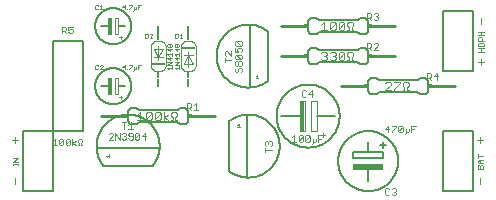
<source format=gto>
G75*
%MOIN*%
%OFA0B0*%
%FSLAX25Y25*%
%IPPOS*%
%LPD*%
%AMOC8*
5,1,8,0,0,1.08239X$1,22.5*
%
%ADD10C,0.00500*%
%ADD11C,0.00200*%
%ADD12C,0.00300*%
%ADD13C,0.00100*%
%ADD14R,0.00900X0.05400*%
%ADD15C,0.00600*%
%ADD16R,0.10000X0.02000*%
%ADD17C,0.00375*%
%ADD18C,0.00400*%
%ADD19R,0.01710X0.10000*%
%ADD20R,0.01850X0.00750*%
%ADD21R,0.02100X0.00750*%
%ADD22R,0.05000X0.01000*%
%ADD23R,0.00800X0.02200*%
%ADD24R,0.01500X0.01250*%
%ADD25C,0.00875*%
D10*
X0006000Y0006000D02*
X0016000Y0006000D01*
X0016000Y0026000D01*
X0016000Y0056000D01*
X0026000Y0056000D01*
X0026000Y0026000D01*
X0016000Y0026000D01*
X0006000Y0026000D01*
X0006000Y0006000D01*
X0032752Y0014500D02*
X0049248Y0014500D01*
X0051488Y0020500D02*
X0030512Y0020500D01*
X0031498Y0016528D02*
X0031602Y0016313D01*
X0031711Y0016100D01*
X0031825Y0015890D01*
X0031944Y0015683D01*
X0032067Y0015478D01*
X0032195Y0015276D01*
X0032328Y0015077D01*
X0032465Y0014882D01*
X0032606Y0014689D01*
X0032752Y0014500D01*
X0030512Y0020500D02*
X0030503Y0020756D01*
X0030500Y0021012D01*
X0030503Y0021268D01*
X0030513Y0021524D01*
X0030529Y0021779D01*
X0030551Y0022034D01*
X0030579Y0022289D01*
X0030614Y0022542D01*
X0030655Y0022795D01*
X0030701Y0023047D01*
X0030754Y0023297D01*
X0030813Y0023546D01*
X0030879Y0023794D01*
X0030950Y0024040D01*
X0031027Y0024284D01*
X0031110Y0024526D01*
X0031199Y0024766D01*
X0031293Y0025004D01*
X0031394Y0025239D01*
X0031500Y0025472D01*
X0041000Y0029562D02*
X0041000Y0032750D01*
X0041000Y0032125D02*
X0040995Y0032200D01*
X0040993Y0032275D01*
X0040995Y0032350D01*
X0041002Y0032424D01*
X0041012Y0032498D01*
X0041026Y0032572D01*
X0041044Y0032644D01*
X0041066Y0032716D01*
X0041091Y0032786D01*
X0041120Y0032855D01*
X0041153Y0032923D01*
X0041189Y0032988D01*
X0041228Y0033052D01*
X0041271Y0033113D01*
X0041317Y0033172D01*
X0041366Y0033229D01*
X0041418Y0033283D01*
X0041472Y0033334D01*
X0041530Y0033382D01*
X0041589Y0033427D01*
X0041651Y0033469D01*
X0041715Y0033508D01*
X0041781Y0033543D01*
X0041849Y0033575D01*
X0041918Y0033603D01*
X0041989Y0033628D01*
X0042061Y0033649D01*
X0042133Y0033666D01*
X0042207Y0033679D01*
X0042281Y0033688D01*
X0044469Y0033150D02*
X0056906Y0033150D01*
X0057531Y0033150D02*
X0045094Y0033150D01*
X0043875Y0033531D02*
X0043781Y0033570D01*
X0043685Y0033604D01*
X0043588Y0033635D01*
X0043490Y0033662D01*
X0043391Y0033685D01*
X0043291Y0033705D01*
X0043191Y0033720D01*
X0043090Y0033732D01*
X0042988Y0033740D01*
X0042887Y0033744D01*
X0042785Y0033745D01*
X0042684Y0033741D01*
X0042582Y0033733D01*
X0042481Y0033722D01*
X0042381Y0033707D01*
X0042281Y0033688D01*
X0043875Y0033532D02*
X0043966Y0033487D01*
X0044055Y0033439D01*
X0044142Y0033387D01*
X0044227Y0033333D01*
X0044310Y0033275D01*
X0044390Y0033214D01*
X0044469Y0033150D01*
X0043875Y0028469D02*
X0043781Y0028430D01*
X0043685Y0028396D01*
X0043588Y0028365D01*
X0043490Y0028338D01*
X0043391Y0028315D01*
X0043291Y0028295D01*
X0043191Y0028280D01*
X0043090Y0028268D01*
X0042988Y0028260D01*
X0042887Y0028256D01*
X0042785Y0028255D01*
X0042684Y0028259D01*
X0042582Y0028267D01*
X0042481Y0028278D01*
X0042381Y0028293D01*
X0042281Y0028312D01*
X0044469Y0028850D02*
X0056906Y0028850D01*
X0057531Y0028850D02*
X0045094Y0028850D01*
X0042281Y0028312D02*
X0042207Y0028321D01*
X0042133Y0028334D01*
X0042061Y0028351D01*
X0041989Y0028372D01*
X0041918Y0028397D01*
X0041849Y0028425D01*
X0041781Y0028457D01*
X0041715Y0028492D01*
X0041651Y0028531D01*
X0041589Y0028573D01*
X0041530Y0028618D01*
X0041472Y0028666D01*
X0041418Y0028717D01*
X0041366Y0028771D01*
X0041317Y0028828D01*
X0041271Y0028887D01*
X0041228Y0028948D01*
X0041189Y0029012D01*
X0041153Y0029077D01*
X0041120Y0029145D01*
X0041091Y0029214D01*
X0041066Y0029284D01*
X0041044Y0029356D01*
X0041026Y0029428D01*
X0041012Y0029502D01*
X0041002Y0029576D01*
X0040995Y0029650D01*
X0040993Y0029725D01*
X0040995Y0029800D01*
X0041000Y0029875D01*
X0043875Y0028468D02*
X0043966Y0028513D01*
X0044055Y0028561D01*
X0044142Y0028613D01*
X0044227Y0028667D01*
X0044310Y0028725D01*
X0044390Y0028786D01*
X0044469Y0028850D01*
X0058125Y0028469D02*
X0058219Y0028430D01*
X0058315Y0028396D01*
X0058412Y0028365D01*
X0058510Y0028338D01*
X0058609Y0028315D01*
X0058709Y0028295D01*
X0058809Y0028280D01*
X0058910Y0028268D01*
X0059012Y0028260D01*
X0059113Y0028256D01*
X0059215Y0028255D01*
X0059316Y0028259D01*
X0059418Y0028267D01*
X0059519Y0028278D01*
X0059619Y0028293D01*
X0059719Y0028312D01*
X0061000Y0029406D02*
X0061000Y0032125D01*
X0061005Y0032200D01*
X0061007Y0032275D01*
X0061005Y0032350D01*
X0060998Y0032424D01*
X0060988Y0032498D01*
X0060974Y0032572D01*
X0060956Y0032644D01*
X0060934Y0032716D01*
X0060909Y0032786D01*
X0060880Y0032855D01*
X0060847Y0032923D01*
X0060811Y0032988D01*
X0060772Y0033052D01*
X0060729Y0033113D01*
X0060683Y0033172D01*
X0060634Y0033229D01*
X0060582Y0033283D01*
X0060528Y0033334D01*
X0060470Y0033382D01*
X0060411Y0033427D01*
X0060349Y0033469D01*
X0060285Y0033508D01*
X0060219Y0033543D01*
X0060151Y0033575D01*
X0060082Y0033603D01*
X0060011Y0033628D01*
X0059939Y0033649D01*
X0059867Y0033666D01*
X0059793Y0033679D01*
X0059719Y0033688D01*
X0058125Y0033532D02*
X0058034Y0033487D01*
X0057945Y0033439D01*
X0057858Y0033387D01*
X0057773Y0033333D01*
X0057690Y0033275D01*
X0057610Y0033214D01*
X0057531Y0033150D01*
X0058125Y0033531D02*
X0058219Y0033570D01*
X0058315Y0033604D01*
X0058412Y0033635D01*
X0058510Y0033662D01*
X0058609Y0033685D01*
X0058709Y0033705D01*
X0058809Y0033720D01*
X0058910Y0033732D01*
X0059012Y0033740D01*
X0059113Y0033744D01*
X0059215Y0033745D01*
X0059316Y0033741D01*
X0059418Y0033733D01*
X0059519Y0033722D01*
X0059619Y0033707D01*
X0059719Y0033688D01*
X0057531Y0028850D02*
X0057610Y0028786D01*
X0057690Y0028725D01*
X0057773Y0028667D01*
X0057858Y0028613D01*
X0057945Y0028561D01*
X0058034Y0028513D01*
X0058125Y0028468D01*
X0059719Y0028312D02*
X0059793Y0028321D01*
X0059867Y0028334D01*
X0059939Y0028351D01*
X0060011Y0028372D01*
X0060082Y0028397D01*
X0060151Y0028425D01*
X0060219Y0028457D01*
X0060285Y0028492D01*
X0060349Y0028531D01*
X0060411Y0028573D01*
X0060470Y0028618D01*
X0060528Y0028666D01*
X0060582Y0028717D01*
X0060634Y0028771D01*
X0060683Y0028828D01*
X0060729Y0028887D01*
X0060772Y0028948D01*
X0060811Y0029012D01*
X0060847Y0029077D01*
X0060880Y0029145D01*
X0060909Y0029214D01*
X0060934Y0029284D01*
X0060956Y0029356D01*
X0060974Y0029428D01*
X0060988Y0029502D01*
X0060998Y0029576D01*
X0061005Y0029650D01*
X0061007Y0029725D01*
X0061005Y0029800D01*
X0061000Y0029875D01*
X0074500Y0029248D02*
X0074500Y0012752D01*
X0080500Y0010512D02*
X0080500Y0031488D01*
X0092000Y0031000D02*
X0098231Y0031000D01*
X0090500Y0031000D02*
X0090503Y0031258D01*
X0090513Y0031515D01*
X0090528Y0031772D01*
X0090551Y0032029D01*
X0090579Y0032285D01*
X0090614Y0032541D01*
X0090655Y0032795D01*
X0090702Y0033048D01*
X0090755Y0033301D01*
X0090815Y0033551D01*
X0090880Y0033800D01*
X0090952Y0034048D01*
X0091030Y0034294D01*
X0091114Y0034537D01*
X0091204Y0034779D01*
X0091299Y0035018D01*
X0091401Y0035255D01*
X0091508Y0035489D01*
X0091621Y0035721D01*
X0091740Y0035950D01*
X0091864Y0036175D01*
X0091994Y0036398D01*
X0092129Y0036617D01*
X0092270Y0036833D01*
X0092415Y0037046D01*
X0092566Y0037255D01*
X0092722Y0037460D01*
X0092883Y0037661D01*
X0093049Y0037858D01*
X0093220Y0038051D01*
X0093395Y0038240D01*
X0093575Y0038425D01*
X0093760Y0038605D01*
X0093949Y0038780D01*
X0094142Y0038951D01*
X0094339Y0039117D01*
X0094540Y0039278D01*
X0094745Y0039434D01*
X0094954Y0039585D01*
X0095167Y0039730D01*
X0095383Y0039871D01*
X0095602Y0040006D01*
X0095825Y0040136D01*
X0096050Y0040260D01*
X0096279Y0040379D01*
X0096511Y0040492D01*
X0096745Y0040599D01*
X0096982Y0040701D01*
X0097221Y0040796D01*
X0097463Y0040886D01*
X0097706Y0040970D01*
X0097952Y0041048D01*
X0098200Y0041120D01*
X0098449Y0041185D01*
X0098699Y0041245D01*
X0098952Y0041298D01*
X0099205Y0041345D01*
X0099459Y0041386D01*
X0099715Y0041421D01*
X0099971Y0041449D01*
X0100228Y0041472D01*
X0100485Y0041487D01*
X0100742Y0041497D01*
X0101000Y0041500D01*
X0101258Y0041497D01*
X0101515Y0041487D01*
X0101772Y0041472D01*
X0102029Y0041449D01*
X0102285Y0041421D01*
X0102541Y0041386D01*
X0102795Y0041345D01*
X0103048Y0041298D01*
X0103301Y0041245D01*
X0103551Y0041185D01*
X0103800Y0041120D01*
X0104048Y0041048D01*
X0104294Y0040970D01*
X0104537Y0040886D01*
X0104779Y0040796D01*
X0105018Y0040701D01*
X0105255Y0040599D01*
X0105489Y0040492D01*
X0105721Y0040379D01*
X0105950Y0040260D01*
X0106175Y0040136D01*
X0106398Y0040006D01*
X0106617Y0039871D01*
X0106833Y0039730D01*
X0107046Y0039585D01*
X0107255Y0039434D01*
X0107460Y0039278D01*
X0107661Y0039117D01*
X0107858Y0038951D01*
X0108051Y0038780D01*
X0108240Y0038605D01*
X0108425Y0038425D01*
X0108605Y0038240D01*
X0108780Y0038051D01*
X0108951Y0037858D01*
X0109117Y0037661D01*
X0109278Y0037460D01*
X0109434Y0037255D01*
X0109585Y0037046D01*
X0109730Y0036833D01*
X0109871Y0036617D01*
X0110006Y0036398D01*
X0110136Y0036175D01*
X0110260Y0035950D01*
X0110379Y0035721D01*
X0110492Y0035489D01*
X0110599Y0035255D01*
X0110701Y0035018D01*
X0110796Y0034779D01*
X0110886Y0034537D01*
X0110970Y0034294D01*
X0111048Y0034048D01*
X0111120Y0033800D01*
X0111185Y0033551D01*
X0111245Y0033301D01*
X0111298Y0033048D01*
X0111345Y0032795D01*
X0111386Y0032541D01*
X0111421Y0032285D01*
X0111449Y0032029D01*
X0111472Y0031772D01*
X0111487Y0031515D01*
X0111497Y0031258D01*
X0111500Y0031000D01*
X0111497Y0030742D01*
X0111487Y0030485D01*
X0111472Y0030228D01*
X0111449Y0029971D01*
X0111421Y0029715D01*
X0111386Y0029459D01*
X0111345Y0029205D01*
X0111298Y0028952D01*
X0111245Y0028699D01*
X0111185Y0028449D01*
X0111120Y0028200D01*
X0111048Y0027952D01*
X0110970Y0027706D01*
X0110886Y0027463D01*
X0110796Y0027221D01*
X0110701Y0026982D01*
X0110599Y0026745D01*
X0110492Y0026511D01*
X0110379Y0026279D01*
X0110260Y0026050D01*
X0110136Y0025825D01*
X0110006Y0025602D01*
X0109871Y0025383D01*
X0109730Y0025167D01*
X0109585Y0024954D01*
X0109434Y0024745D01*
X0109278Y0024540D01*
X0109117Y0024339D01*
X0108951Y0024142D01*
X0108780Y0023949D01*
X0108605Y0023760D01*
X0108425Y0023575D01*
X0108240Y0023395D01*
X0108051Y0023220D01*
X0107858Y0023049D01*
X0107661Y0022883D01*
X0107460Y0022722D01*
X0107255Y0022566D01*
X0107046Y0022415D01*
X0106833Y0022270D01*
X0106617Y0022129D01*
X0106398Y0021994D01*
X0106175Y0021864D01*
X0105950Y0021740D01*
X0105721Y0021621D01*
X0105489Y0021508D01*
X0105255Y0021401D01*
X0105018Y0021299D01*
X0104779Y0021204D01*
X0104537Y0021114D01*
X0104294Y0021030D01*
X0104048Y0020952D01*
X0103800Y0020880D01*
X0103551Y0020815D01*
X0103301Y0020755D01*
X0103048Y0020702D01*
X0102795Y0020655D01*
X0102541Y0020614D01*
X0102285Y0020579D01*
X0102029Y0020551D01*
X0101772Y0020528D01*
X0101515Y0020513D01*
X0101258Y0020503D01*
X0101000Y0020500D01*
X0100742Y0020503D01*
X0100485Y0020513D01*
X0100228Y0020528D01*
X0099971Y0020551D01*
X0099715Y0020579D01*
X0099459Y0020614D01*
X0099205Y0020655D01*
X0098952Y0020702D01*
X0098699Y0020755D01*
X0098449Y0020815D01*
X0098200Y0020880D01*
X0097952Y0020952D01*
X0097706Y0021030D01*
X0097463Y0021114D01*
X0097221Y0021204D01*
X0096982Y0021299D01*
X0096745Y0021401D01*
X0096511Y0021508D01*
X0096279Y0021621D01*
X0096050Y0021740D01*
X0095825Y0021864D01*
X0095602Y0021994D01*
X0095383Y0022129D01*
X0095167Y0022270D01*
X0094954Y0022415D01*
X0094745Y0022566D01*
X0094540Y0022722D01*
X0094339Y0022883D01*
X0094142Y0023049D01*
X0093949Y0023220D01*
X0093760Y0023395D01*
X0093575Y0023575D01*
X0093395Y0023760D01*
X0093220Y0023949D01*
X0093049Y0024142D01*
X0092883Y0024339D01*
X0092722Y0024540D01*
X0092566Y0024745D01*
X0092415Y0024954D01*
X0092270Y0025167D01*
X0092129Y0025383D01*
X0091994Y0025602D01*
X0091864Y0025825D01*
X0091740Y0026050D01*
X0091621Y0026279D01*
X0091508Y0026511D01*
X0091401Y0026745D01*
X0091299Y0026982D01*
X0091204Y0027221D01*
X0091114Y0027463D01*
X0091030Y0027706D01*
X0090952Y0027952D01*
X0090880Y0028200D01*
X0090815Y0028449D01*
X0090755Y0028699D01*
X0090702Y0028952D01*
X0090655Y0029205D01*
X0090614Y0029459D01*
X0090579Y0029715D01*
X0090551Y0029971D01*
X0090528Y0030228D01*
X0090513Y0030485D01*
X0090503Y0030742D01*
X0090500Y0031000D01*
X0104000Y0031000D02*
X0110000Y0031000D01*
X0124469Y0038850D02*
X0136906Y0038850D01*
X0137531Y0038850D02*
X0125094Y0038850D01*
X0122281Y0038312D02*
X0122207Y0038321D01*
X0122133Y0038334D01*
X0122061Y0038351D01*
X0121989Y0038372D01*
X0121918Y0038397D01*
X0121849Y0038425D01*
X0121781Y0038457D01*
X0121715Y0038492D01*
X0121651Y0038531D01*
X0121589Y0038573D01*
X0121530Y0038618D01*
X0121472Y0038666D01*
X0121418Y0038717D01*
X0121366Y0038771D01*
X0121317Y0038828D01*
X0121271Y0038887D01*
X0121228Y0038948D01*
X0121189Y0039012D01*
X0121153Y0039077D01*
X0121120Y0039145D01*
X0121091Y0039214D01*
X0121066Y0039284D01*
X0121044Y0039356D01*
X0121026Y0039428D01*
X0121012Y0039502D01*
X0121002Y0039576D01*
X0120995Y0039650D01*
X0120993Y0039725D01*
X0120995Y0039800D01*
X0121000Y0039875D01*
X0121000Y0039563D02*
X0121000Y0042750D01*
X0121000Y0042125D02*
X0120995Y0042200D01*
X0120993Y0042275D01*
X0120995Y0042350D01*
X0121002Y0042424D01*
X0121012Y0042498D01*
X0121026Y0042572D01*
X0121044Y0042644D01*
X0121066Y0042716D01*
X0121091Y0042786D01*
X0121120Y0042855D01*
X0121153Y0042923D01*
X0121189Y0042988D01*
X0121228Y0043052D01*
X0121271Y0043113D01*
X0121317Y0043172D01*
X0121366Y0043229D01*
X0121418Y0043283D01*
X0121472Y0043334D01*
X0121530Y0043382D01*
X0121589Y0043427D01*
X0121651Y0043469D01*
X0121715Y0043508D01*
X0121781Y0043543D01*
X0121849Y0043575D01*
X0121918Y0043603D01*
X0121989Y0043628D01*
X0122061Y0043649D01*
X0122133Y0043666D01*
X0122207Y0043679D01*
X0122281Y0043688D01*
X0124469Y0043150D02*
X0136906Y0043150D01*
X0137531Y0043150D02*
X0125094Y0043150D01*
X0123875Y0043531D02*
X0123781Y0043570D01*
X0123685Y0043604D01*
X0123588Y0043635D01*
X0123490Y0043662D01*
X0123391Y0043685D01*
X0123291Y0043705D01*
X0123191Y0043720D01*
X0123090Y0043732D01*
X0122988Y0043740D01*
X0122887Y0043744D01*
X0122785Y0043745D01*
X0122684Y0043741D01*
X0122582Y0043733D01*
X0122481Y0043722D01*
X0122381Y0043707D01*
X0122281Y0043688D01*
X0123875Y0043532D02*
X0123966Y0043487D01*
X0124055Y0043439D01*
X0124142Y0043387D01*
X0124227Y0043333D01*
X0124310Y0043275D01*
X0124390Y0043214D01*
X0124469Y0043150D01*
X0123875Y0038469D02*
X0123781Y0038430D01*
X0123685Y0038396D01*
X0123588Y0038365D01*
X0123490Y0038338D01*
X0123391Y0038315D01*
X0123291Y0038295D01*
X0123191Y0038280D01*
X0123090Y0038268D01*
X0122988Y0038260D01*
X0122887Y0038256D01*
X0122785Y0038255D01*
X0122684Y0038259D01*
X0122582Y0038267D01*
X0122481Y0038278D01*
X0122381Y0038293D01*
X0122281Y0038312D01*
X0123875Y0038468D02*
X0123966Y0038513D01*
X0124055Y0038561D01*
X0124142Y0038613D01*
X0124227Y0038667D01*
X0124310Y0038725D01*
X0124390Y0038786D01*
X0124469Y0038850D01*
X0138125Y0038469D02*
X0138219Y0038430D01*
X0138315Y0038396D01*
X0138412Y0038365D01*
X0138510Y0038338D01*
X0138609Y0038315D01*
X0138709Y0038295D01*
X0138809Y0038280D01*
X0138910Y0038268D01*
X0139012Y0038260D01*
X0139113Y0038256D01*
X0139215Y0038255D01*
X0139316Y0038259D01*
X0139418Y0038267D01*
X0139519Y0038278D01*
X0139619Y0038293D01*
X0139719Y0038312D01*
X0141000Y0039406D02*
X0141000Y0042125D01*
X0141005Y0042200D01*
X0141007Y0042275D01*
X0141005Y0042350D01*
X0140998Y0042424D01*
X0140988Y0042498D01*
X0140974Y0042572D01*
X0140956Y0042644D01*
X0140934Y0042716D01*
X0140909Y0042786D01*
X0140880Y0042855D01*
X0140847Y0042923D01*
X0140811Y0042988D01*
X0140772Y0043052D01*
X0140729Y0043113D01*
X0140683Y0043172D01*
X0140634Y0043229D01*
X0140582Y0043283D01*
X0140528Y0043334D01*
X0140470Y0043382D01*
X0140411Y0043427D01*
X0140349Y0043469D01*
X0140285Y0043508D01*
X0140219Y0043543D01*
X0140151Y0043575D01*
X0140082Y0043603D01*
X0140011Y0043628D01*
X0139939Y0043649D01*
X0139867Y0043666D01*
X0139793Y0043679D01*
X0139719Y0043688D01*
X0138125Y0043532D02*
X0138034Y0043487D01*
X0137945Y0043439D01*
X0137858Y0043387D01*
X0137773Y0043333D01*
X0137690Y0043275D01*
X0137610Y0043214D01*
X0137531Y0043150D01*
X0138125Y0043531D02*
X0138219Y0043570D01*
X0138315Y0043604D01*
X0138412Y0043635D01*
X0138510Y0043662D01*
X0138609Y0043685D01*
X0138709Y0043705D01*
X0138809Y0043720D01*
X0138910Y0043732D01*
X0139012Y0043740D01*
X0139113Y0043744D01*
X0139215Y0043745D01*
X0139316Y0043741D01*
X0139418Y0043733D01*
X0139519Y0043722D01*
X0139619Y0043707D01*
X0139719Y0043688D01*
X0137531Y0038850D02*
X0137610Y0038786D01*
X0137690Y0038725D01*
X0137773Y0038667D01*
X0137858Y0038613D01*
X0137945Y0038561D01*
X0138034Y0038513D01*
X0138125Y0038468D01*
X0139719Y0038312D02*
X0139793Y0038321D01*
X0139867Y0038334D01*
X0139939Y0038351D01*
X0140011Y0038372D01*
X0140082Y0038397D01*
X0140151Y0038425D01*
X0140219Y0038457D01*
X0140285Y0038492D01*
X0140349Y0038531D01*
X0140411Y0038573D01*
X0140470Y0038618D01*
X0140528Y0038666D01*
X0140582Y0038717D01*
X0140634Y0038771D01*
X0140683Y0038828D01*
X0140729Y0038887D01*
X0140772Y0038948D01*
X0140811Y0039012D01*
X0140847Y0039077D01*
X0140880Y0039145D01*
X0140909Y0039214D01*
X0140934Y0039284D01*
X0140956Y0039356D01*
X0140974Y0039428D01*
X0140988Y0039502D01*
X0140998Y0039576D01*
X0141005Y0039650D01*
X0141007Y0039725D01*
X0141005Y0039800D01*
X0141000Y0039875D01*
X0146000Y0046000D02*
X0146000Y0066000D01*
X0156000Y0066000D01*
X0156000Y0046000D01*
X0146000Y0046000D01*
X0121000Y0049406D02*
X0121000Y0052125D01*
X0121005Y0052200D01*
X0121007Y0052275D01*
X0121005Y0052350D01*
X0120998Y0052424D01*
X0120988Y0052498D01*
X0120974Y0052572D01*
X0120956Y0052644D01*
X0120934Y0052716D01*
X0120909Y0052786D01*
X0120880Y0052855D01*
X0120847Y0052923D01*
X0120811Y0052988D01*
X0120772Y0053052D01*
X0120729Y0053113D01*
X0120683Y0053172D01*
X0120634Y0053229D01*
X0120582Y0053283D01*
X0120528Y0053334D01*
X0120470Y0053382D01*
X0120411Y0053427D01*
X0120349Y0053469D01*
X0120285Y0053508D01*
X0120219Y0053543D01*
X0120151Y0053575D01*
X0120082Y0053603D01*
X0120011Y0053628D01*
X0119939Y0053649D01*
X0119867Y0053666D01*
X0119793Y0053679D01*
X0119719Y0053688D01*
X0117531Y0053150D02*
X0105094Y0053150D01*
X0104469Y0053150D02*
X0116906Y0053150D01*
X0118125Y0053531D02*
X0118219Y0053570D01*
X0118315Y0053604D01*
X0118412Y0053635D01*
X0118510Y0053662D01*
X0118609Y0053685D01*
X0118709Y0053705D01*
X0118809Y0053720D01*
X0118910Y0053732D01*
X0119012Y0053740D01*
X0119113Y0053744D01*
X0119215Y0053745D01*
X0119316Y0053741D01*
X0119418Y0053733D01*
X0119519Y0053722D01*
X0119619Y0053707D01*
X0119719Y0053688D01*
X0118125Y0053532D02*
X0118034Y0053487D01*
X0117945Y0053439D01*
X0117858Y0053387D01*
X0117773Y0053333D01*
X0117690Y0053275D01*
X0117610Y0053214D01*
X0117531Y0053150D01*
X0118125Y0048469D02*
X0118219Y0048430D01*
X0118315Y0048396D01*
X0118412Y0048365D01*
X0118510Y0048338D01*
X0118609Y0048315D01*
X0118709Y0048295D01*
X0118809Y0048280D01*
X0118910Y0048268D01*
X0119012Y0048260D01*
X0119113Y0048256D01*
X0119215Y0048255D01*
X0119316Y0048259D01*
X0119418Y0048267D01*
X0119519Y0048278D01*
X0119619Y0048293D01*
X0119719Y0048312D01*
X0117531Y0048850D02*
X0105094Y0048850D01*
X0104469Y0048850D02*
X0116906Y0048850D01*
X0119719Y0048312D02*
X0119793Y0048321D01*
X0119867Y0048334D01*
X0119939Y0048351D01*
X0120011Y0048372D01*
X0120082Y0048397D01*
X0120151Y0048425D01*
X0120219Y0048457D01*
X0120285Y0048492D01*
X0120349Y0048531D01*
X0120411Y0048573D01*
X0120470Y0048618D01*
X0120528Y0048666D01*
X0120582Y0048717D01*
X0120634Y0048771D01*
X0120683Y0048828D01*
X0120729Y0048887D01*
X0120772Y0048948D01*
X0120811Y0049012D01*
X0120847Y0049077D01*
X0120880Y0049145D01*
X0120909Y0049214D01*
X0120934Y0049284D01*
X0120956Y0049356D01*
X0120974Y0049428D01*
X0120988Y0049502D01*
X0120998Y0049576D01*
X0121005Y0049650D01*
X0121007Y0049725D01*
X0121005Y0049800D01*
X0121000Y0049875D01*
X0118125Y0048468D02*
X0118034Y0048513D01*
X0117945Y0048561D01*
X0117858Y0048613D01*
X0117773Y0048667D01*
X0117690Y0048725D01*
X0117610Y0048786D01*
X0117531Y0048850D01*
X0103875Y0048469D02*
X0103781Y0048430D01*
X0103685Y0048396D01*
X0103588Y0048365D01*
X0103490Y0048338D01*
X0103391Y0048315D01*
X0103291Y0048295D01*
X0103191Y0048280D01*
X0103090Y0048268D01*
X0102988Y0048260D01*
X0102887Y0048256D01*
X0102785Y0048255D01*
X0102684Y0048259D01*
X0102582Y0048267D01*
X0102481Y0048278D01*
X0102381Y0048293D01*
X0102281Y0048312D01*
X0101000Y0049562D02*
X0101000Y0052750D01*
X0101000Y0052125D02*
X0100995Y0052200D01*
X0100993Y0052275D01*
X0100995Y0052350D01*
X0101002Y0052424D01*
X0101012Y0052498D01*
X0101026Y0052572D01*
X0101044Y0052644D01*
X0101066Y0052716D01*
X0101091Y0052786D01*
X0101120Y0052855D01*
X0101153Y0052923D01*
X0101189Y0052988D01*
X0101228Y0053052D01*
X0101271Y0053113D01*
X0101317Y0053172D01*
X0101366Y0053229D01*
X0101418Y0053283D01*
X0101472Y0053334D01*
X0101530Y0053382D01*
X0101589Y0053427D01*
X0101651Y0053469D01*
X0101715Y0053508D01*
X0101781Y0053543D01*
X0101849Y0053575D01*
X0101918Y0053603D01*
X0101989Y0053628D01*
X0102061Y0053649D01*
X0102133Y0053666D01*
X0102207Y0053679D01*
X0102281Y0053688D01*
X0103875Y0053532D02*
X0103966Y0053487D01*
X0104055Y0053439D01*
X0104142Y0053387D01*
X0104227Y0053333D01*
X0104310Y0053275D01*
X0104390Y0053214D01*
X0104469Y0053150D01*
X0103875Y0053531D02*
X0103781Y0053570D01*
X0103685Y0053604D01*
X0103588Y0053635D01*
X0103490Y0053662D01*
X0103391Y0053685D01*
X0103291Y0053705D01*
X0103191Y0053720D01*
X0103090Y0053732D01*
X0102988Y0053740D01*
X0102887Y0053744D01*
X0102785Y0053745D01*
X0102684Y0053741D01*
X0102582Y0053733D01*
X0102481Y0053722D01*
X0102381Y0053707D01*
X0102281Y0053688D01*
X0104469Y0048850D02*
X0104390Y0048786D01*
X0104310Y0048725D01*
X0104227Y0048667D01*
X0104142Y0048613D01*
X0104055Y0048561D01*
X0103966Y0048513D01*
X0103875Y0048468D01*
X0102281Y0048312D02*
X0102207Y0048321D01*
X0102133Y0048334D01*
X0102061Y0048351D01*
X0101989Y0048372D01*
X0101918Y0048397D01*
X0101849Y0048425D01*
X0101781Y0048457D01*
X0101715Y0048492D01*
X0101651Y0048531D01*
X0101589Y0048573D01*
X0101530Y0048618D01*
X0101472Y0048666D01*
X0101418Y0048717D01*
X0101366Y0048771D01*
X0101317Y0048828D01*
X0101271Y0048887D01*
X0101228Y0048948D01*
X0101189Y0049012D01*
X0101153Y0049077D01*
X0101120Y0049145D01*
X0101091Y0049214D01*
X0101066Y0049284D01*
X0101044Y0049356D01*
X0101026Y0049428D01*
X0101012Y0049502D01*
X0101002Y0049576D01*
X0100995Y0049650D01*
X0100993Y0049725D01*
X0100995Y0049800D01*
X0101000Y0049875D01*
X0087500Y0042752D02*
X0087500Y0059248D01*
X0081500Y0061488D02*
X0081500Y0040512D01*
X0061000Y0041000D02*
X0061000Y0043500D01*
X0051000Y0043500D02*
X0051000Y0041000D01*
X0040000Y0041000D02*
X0037900Y0041000D01*
X0030000Y0041000D02*
X0030002Y0041154D01*
X0030008Y0041309D01*
X0030018Y0041463D01*
X0030032Y0041617D01*
X0030050Y0041770D01*
X0030071Y0041923D01*
X0030097Y0042076D01*
X0030127Y0042227D01*
X0030160Y0042378D01*
X0030198Y0042528D01*
X0030239Y0042677D01*
X0030284Y0042825D01*
X0030333Y0042971D01*
X0030386Y0043117D01*
X0030442Y0043260D01*
X0030502Y0043403D01*
X0030566Y0043543D01*
X0030633Y0043683D01*
X0030704Y0043820D01*
X0030778Y0043955D01*
X0030856Y0044089D01*
X0030937Y0044220D01*
X0031022Y0044349D01*
X0031110Y0044477D01*
X0031201Y0044601D01*
X0031295Y0044724D01*
X0031393Y0044844D01*
X0031493Y0044961D01*
X0031597Y0045076D01*
X0031703Y0045188D01*
X0031812Y0045297D01*
X0031924Y0045403D01*
X0032039Y0045507D01*
X0032156Y0045607D01*
X0032276Y0045705D01*
X0032399Y0045799D01*
X0032523Y0045890D01*
X0032651Y0045978D01*
X0032780Y0046063D01*
X0032911Y0046144D01*
X0033045Y0046222D01*
X0033180Y0046296D01*
X0033317Y0046367D01*
X0033457Y0046434D01*
X0033597Y0046498D01*
X0033740Y0046558D01*
X0033883Y0046614D01*
X0034029Y0046667D01*
X0034175Y0046716D01*
X0034323Y0046761D01*
X0034472Y0046802D01*
X0034622Y0046840D01*
X0034773Y0046873D01*
X0034924Y0046903D01*
X0035077Y0046929D01*
X0035230Y0046950D01*
X0035383Y0046968D01*
X0035537Y0046982D01*
X0035691Y0046992D01*
X0035846Y0046998D01*
X0036000Y0047000D01*
X0036154Y0046998D01*
X0036309Y0046992D01*
X0036463Y0046982D01*
X0036617Y0046968D01*
X0036770Y0046950D01*
X0036923Y0046929D01*
X0037076Y0046903D01*
X0037227Y0046873D01*
X0037378Y0046840D01*
X0037528Y0046802D01*
X0037677Y0046761D01*
X0037825Y0046716D01*
X0037971Y0046667D01*
X0038117Y0046614D01*
X0038260Y0046558D01*
X0038403Y0046498D01*
X0038543Y0046434D01*
X0038683Y0046367D01*
X0038820Y0046296D01*
X0038955Y0046222D01*
X0039089Y0046144D01*
X0039220Y0046063D01*
X0039349Y0045978D01*
X0039477Y0045890D01*
X0039601Y0045799D01*
X0039724Y0045705D01*
X0039844Y0045607D01*
X0039961Y0045507D01*
X0040076Y0045403D01*
X0040188Y0045297D01*
X0040297Y0045188D01*
X0040403Y0045076D01*
X0040507Y0044961D01*
X0040607Y0044844D01*
X0040705Y0044724D01*
X0040799Y0044601D01*
X0040890Y0044477D01*
X0040978Y0044349D01*
X0041063Y0044220D01*
X0041144Y0044089D01*
X0041222Y0043955D01*
X0041296Y0043820D01*
X0041367Y0043683D01*
X0041434Y0043543D01*
X0041498Y0043403D01*
X0041558Y0043260D01*
X0041614Y0043117D01*
X0041667Y0042971D01*
X0041716Y0042825D01*
X0041761Y0042677D01*
X0041802Y0042528D01*
X0041840Y0042378D01*
X0041873Y0042227D01*
X0041903Y0042076D01*
X0041929Y0041923D01*
X0041950Y0041770D01*
X0041968Y0041617D01*
X0041982Y0041463D01*
X0041992Y0041309D01*
X0041998Y0041154D01*
X0042000Y0041000D01*
X0041998Y0040846D01*
X0041992Y0040691D01*
X0041982Y0040537D01*
X0041968Y0040383D01*
X0041950Y0040230D01*
X0041929Y0040077D01*
X0041903Y0039924D01*
X0041873Y0039773D01*
X0041840Y0039622D01*
X0041802Y0039472D01*
X0041761Y0039323D01*
X0041716Y0039175D01*
X0041667Y0039029D01*
X0041614Y0038883D01*
X0041558Y0038740D01*
X0041498Y0038597D01*
X0041434Y0038457D01*
X0041367Y0038317D01*
X0041296Y0038180D01*
X0041222Y0038045D01*
X0041144Y0037911D01*
X0041063Y0037780D01*
X0040978Y0037651D01*
X0040890Y0037523D01*
X0040799Y0037399D01*
X0040705Y0037276D01*
X0040607Y0037156D01*
X0040507Y0037039D01*
X0040403Y0036924D01*
X0040297Y0036812D01*
X0040188Y0036703D01*
X0040076Y0036597D01*
X0039961Y0036493D01*
X0039844Y0036393D01*
X0039724Y0036295D01*
X0039601Y0036201D01*
X0039477Y0036110D01*
X0039349Y0036022D01*
X0039220Y0035937D01*
X0039089Y0035856D01*
X0038955Y0035778D01*
X0038820Y0035704D01*
X0038683Y0035633D01*
X0038543Y0035566D01*
X0038403Y0035502D01*
X0038260Y0035442D01*
X0038117Y0035386D01*
X0037971Y0035333D01*
X0037825Y0035284D01*
X0037677Y0035239D01*
X0037528Y0035198D01*
X0037378Y0035160D01*
X0037227Y0035127D01*
X0037076Y0035097D01*
X0036923Y0035071D01*
X0036770Y0035050D01*
X0036617Y0035032D01*
X0036463Y0035018D01*
X0036309Y0035008D01*
X0036154Y0035002D01*
X0036000Y0035000D01*
X0035846Y0035002D01*
X0035691Y0035008D01*
X0035537Y0035018D01*
X0035383Y0035032D01*
X0035230Y0035050D01*
X0035077Y0035071D01*
X0034924Y0035097D01*
X0034773Y0035127D01*
X0034622Y0035160D01*
X0034472Y0035198D01*
X0034323Y0035239D01*
X0034175Y0035284D01*
X0034029Y0035333D01*
X0033883Y0035386D01*
X0033740Y0035442D01*
X0033597Y0035502D01*
X0033457Y0035566D01*
X0033317Y0035633D01*
X0033180Y0035704D01*
X0033045Y0035778D01*
X0032911Y0035856D01*
X0032780Y0035937D01*
X0032651Y0036022D01*
X0032523Y0036110D01*
X0032399Y0036201D01*
X0032276Y0036295D01*
X0032156Y0036393D01*
X0032039Y0036493D01*
X0031924Y0036597D01*
X0031812Y0036703D01*
X0031703Y0036812D01*
X0031597Y0036924D01*
X0031493Y0037039D01*
X0031393Y0037156D01*
X0031295Y0037276D01*
X0031201Y0037399D01*
X0031110Y0037523D01*
X0031022Y0037651D01*
X0030937Y0037780D01*
X0030856Y0037911D01*
X0030778Y0038045D01*
X0030704Y0038180D01*
X0030633Y0038317D01*
X0030566Y0038457D01*
X0030502Y0038597D01*
X0030442Y0038740D01*
X0030386Y0038883D01*
X0030333Y0039029D01*
X0030284Y0039175D01*
X0030239Y0039323D01*
X0030198Y0039472D01*
X0030160Y0039622D01*
X0030127Y0039773D01*
X0030097Y0039924D01*
X0030071Y0040077D01*
X0030050Y0040230D01*
X0030032Y0040383D01*
X0030018Y0040537D01*
X0030008Y0040691D01*
X0030002Y0040846D01*
X0030000Y0041000D01*
X0032000Y0041000D02*
X0034250Y0041000D01*
X0051000Y0058500D02*
X0051000Y0061000D01*
X0061000Y0061000D02*
X0061000Y0058500D01*
X0085378Y0060546D02*
X0085603Y0060439D01*
X0085826Y0060327D01*
X0086046Y0060210D01*
X0086263Y0060088D01*
X0086478Y0059960D01*
X0086689Y0059827D01*
X0086897Y0059690D01*
X0087101Y0059547D01*
X0087303Y0059400D01*
X0087500Y0059248D01*
X0101000Y0059562D02*
X0101000Y0062750D01*
X0101000Y0062125D02*
X0100995Y0062200D01*
X0100993Y0062275D01*
X0100995Y0062350D01*
X0101002Y0062424D01*
X0101012Y0062498D01*
X0101026Y0062572D01*
X0101044Y0062644D01*
X0101066Y0062716D01*
X0101091Y0062786D01*
X0101120Y0062855D01*
X0101153Y0062923D01*
X0101189Y0062988D01*
X0101228Y0063052D01*
X0101271Y0063113D01*
X0101317Y0063172D01*
X0101366Y0063229D01*
X0101418Y0063283D01*
X0101472Y0063334D01*
X0101530Y0063382D01*
X0101589Y0063427D01*
X0101651Y0063469D01*
X0101715Y0063508D01*
X0101781Y0063543D01*
X0101849Y0063575D01*
X0101918Y0063603D01*
X0101989Y0063628D01*
X0102061Y0063649D01*
X0102133Y0063666D01*
X0102207Y0063679D01*
X0102281Y0063688D01*
X0104469Y0063150D02*
X0116906Y0063150D01*
X0117531Y0063150D02*
X0105094Y0063150D01*
X0103875Y0063531D02*
X0103781Y0063570D01*
X0103685Y0063604D01*
X0103588Y0063635D01*
X0103490Y0063662D01*
X0103391Y0063685D01*
X0103291Y0063705D01*
X0103191Y0063720D01*
X0103090Y0063732D01*
X0102988Y0063740D01*
X0102887Y0063744D01*
X0102785Y0063745D01*
X0102684Y0063741D01*
X0102582Y0063733D01*
X0102481Y0063722D01*
X0102381Y0063707D01*
X0102281Y0063688D01*
X0103875Y0063532D02*
X0103966Y0063487D01*
X0104055Y0063439D01*
X0104142Y0063387D01*
X0104227Y0063333D01*
X0104310Y0063275D01*
X0104390Y0063214D01*
X0104469Y0063150D01*
X0103875Y0058469D02*
X0103781Y0058430D01*
X0103685Y0058396D01*
X0103588Y0058365D01*
X0103490Y0058338D01*
X0103391Y0058315D01*
X0103291Y0058295D01*
X0103191Y0058280D01*
X0103090Y0058268D01*
X0102988Y0058260D01*
X0102887Y0058256D01*
X0102785Y0058255D01*
X0102684Y0058259D01*
X0102582Y0058267D01*
X0102481Y0058278D01*
X0102381Y0058293D01*
X0102281Y0058312D01*
X0104469Y0058850D02*
X0116906Y0058850D01*
X0117531Y0058850D02*
X0105094Y0058850D01*
X0102281Y0058312D02*
X0102207Y0058321D01*
X0102133Y0058334D01*
X0102061Y0058351D01*
X0101989Y0058372D01*
X0101918Y0058397D01*
X0101849Y0058425D01*
X0101781Y0058457D01*
X0101715Y0058492D01*
X0101651Y0058531D01*
X0101589Y0058573D01*
X0101530Y0058618D01*
X0101472Y0058666D01*
X0101418Y0058717D01*
X0101366Y0058771D01*
X0101317Y0058828D01*
X0101271Y0058887D01*
X0101228Y0058948D01*
X0101189Y0059012D01*
X0101153Y0059077D01*
X0101120Y0059145D01*
X0101091Y0059214D01*
X0101066Y0059284D01*
X0101044Y0059356D01*
X0101026Y0059428D01*
X0101012Y0059502D01*
X0101002Y0059576D01*
X0100995Y0059650D01*
X0100993Y0059725D01*
X0100995Y0059800D01*
X0101000Y0059875D01*
X0103875Y0058468D02*
X0103966Y0058513D01*
X0104055Y0058561D01*
X0104142Y0058613D01*
X0104227Y0058667D01*
X0104310Y0058725D01*
X0104390Y0058786D01*
X0104469Y0058850D01*
X0118125Y0058469D02*
X0118219Y0058430D01*
X0118315Y0058396D01*
X0118412Y0058365D01*
X0118510Y0058338D01*
X0118609Y0058315D01*
X0118709Y0058295D01*
X0118809Y0058280D01*
X0118910Y0058268D01*
X0119012Y0058260D01*
X0119113Y0058256D01*
X0119215Y0058255D01*
X0119316Y0058259D01*
X0119418Y0058267D01*
X0119519Y0058278D01*
X0119619Y0058293D01*
X0119719Y0058312D01*
X0119793Y0058321D01*
X0119867Y0058334D01*
X0119939Y0058351D01*
X0120011Y0058372D01*
X0120082Y0058397D01*
X0120151Y0058425D01*
X0120219Y0058457D01*
X0120285Y0058492D01*
X0120349Y0058531D01*
X0120411Y0058573D01*
X0120470Y0058618D01*
X0120528Y0058666D01*
X0120582Y0058717D01*
X0120634Y0058771D01*
X0120683Y0058828D01*
X0120729Y0058887D01*
X0120772Y0058948D01*
X0120811Y0059012D01*
X0120847Y0059077D01*
X0120880Y0059145D01*
X0120909Y0059214D01*
X0120934Y0059284D01*
X0120956Y0059356D01*
X0120974Y0059428D01*
X0120988Y0059502D01*
X0120998Y0059576D01*
X0121005Y0059650D01*
X0121007Y0059725D01*
X0121005Y0059800D01*
X0121000Y0059875D01*
X0121000Y0059406D02*
X0121000Y0062125D01*
X0121005Y0062200D01*
X0121007Y0062275D01*
X0121005Y0062350D01*
X0120998Y0062424D01*
X0120988Y0062498D01*
X0120974Y0062572D01*
X0120956Y0062644D01*
X0120934Y0062716D01*
X0120909Y0062786D01*
X0120880Y0062855D01*
X0120847Y0062923D01*
X0120811Y0062988D01*
X0120772Y0063052D01*
X0120729Y0063113D01*
X0120683Y0063172D01*
X0120634Y0063229D01*
X0120582Y0063283D01*
X0120528Y0063334D01*
X0120470Y0063382D01*
X0120411Y0063427D01*
X0120349Y0063469D01*
X0120285Y0063508D01*
X0120219Y0063543D01*
X0120151Y0063575D01*
X0120082Y0063603D01*
X0120011Y0063628D01*
X0119939Y0063649D01*
X0119867Y0063666D01*
X0119793Y0063679D01*
X0119719Y0063688D01*
X0118125Y0063532D02*
X0118034Y0063487D01*
X0117945Y0063439D01*
X0117858Y0063387D01*
X0117773Y0063333D01*
X0117690Y0063275D01*
X0117610Y0063214D01*
X0117531Y0063150D01*
X0118125Y0063531D02*
X0118219Y0063570D01*
X0118315Y0063604D01*
X0118412Y0063635D01*
X0118510Y0063662D01*
X0118609Y0063685D01*
X0118709Y0063705D01*
X0118809Y0063720D01*
X0118910Y0063732D01*
X0119012Y0063740D01*
X0119113Y0063744D01*
X0119215Y0063745D01*
X0119316Y0063741D01*
X0119418Y0063733D01*
X0119519Y0063722D01*
X0119619Y0063707D01*
X0119719Y0063688D01*
X0117531Y0058850D02*
X0117610Y0058786D01*
X0117690Y0058725D01*
X0117773Y0058667D01*
X0117858Y0058613D01*
X0117945Y0058561D01*
X0118034Y0058513D01*
X0118125Y0058468D01*
X0081500Y0061488D02*
X0081244Y0061497D01*
X0080988Y0061500D01*
X0080732Y0061497D01*
X0080476Y0061487D01*
X0080221Y0061471D01*
X0079966Y0061449D01*
X0079711Y0061421D01*
X0079458Y0061386D01*
X0079205Y0061345D01*
X0078953Y0061299D01*
X0078703Y0061246D01*
X0078454Y0061187D01*
X0078206Y0061121D01*
X0077960Y0061050D01*
X0077716Y0060973D01*
X0077474Y0060890D01*
X0077234Y0060801D01*
X0076996Y0060707D01*
X0076761Y0060606D01*
X0076528Y0060500D01*
X0081500Y0061488D02*
X0081757Y0061473D01*
X0082014Y0061451D01*
X0082270Y0061423D01*
X0082525Y0061389D01*
X0082779Y0061348D01*
X0083032Y0061301D01*
X0083284Y0061248D01*
X0083535Y0061189D01*
X0083784Y0061124D01*
X0084031Y0061053D01*
X0084277Y0060976D01*
X0084521Y0060892D01*
X0084762Y0060803D01*
X0085001Y0060708D01*
X0085238Y0060607D01*
X0085472Y0060500D01*
X0081500Y0040512D02*
X0081244Y0040503D01*
X0080988Y0040500D01*
X0080732Y0040503D01*
X0080476Y0040513D01*
X0080221Y0040529D01*
X0079966Y0040551D01*
X0079711Y0040579D01*
X0079458Y0040614D01*
X0079205Y0040655D01*
X0078953Y0040701D01*
X0078703Y0040754D01*
X0078454Y0040813D01*
X0078206Y0040879D01*
X0077960Y0040950D01*
X0077716Y0041027D01*
X0077474Y0041110D01*
X0077234Y0041199D01*
X0076996Y0041293D01*
X0076761Y0041394D01*
X0076528Y0041500D01*
X0085472Y0041498D02*
X0085687Y0041602D01*
X0085900Y0041711D01*
X0086110Y0041825D01*
X0086317Y0041944D01*
X0086522Y0042067D01*
X0086724Y0042195D01*
X0086923Y0042328D01*
X0087118Y0042465D01*
X0087311Y0042606D01*
X0087500Y0042752D01*
X0076528Y0041500D02*
X0076298Y0041612D01*
X0076071Y0041729D01*
X0075847Y0041851D01*
X0075626Y0041979D01*
X0075409Y0042113D01*
X0075194Y0042251D01*
X0074983Y0042395D01*
X0074776Y0042544D01*
X0074572Y0042698D01*
X0074372Y0042856D01*
X0074176Y0043020D01*
X0073984Y0043188D01*
X0073796Y0043361D01*
X0073612Y0043539D01*
X0073433Y0043720D01*
X0073258Y0043907D01*
X0073088Y0044097D01*
X0072923Y0044291D01*
X0072762Y0044490D01*
X0072606Y0044692D01*
X0072455Y0044898D01*
X0072309Y0045108D01*
X0072169Y0045321D01*
X0072033Y0045537D01*
X0071903Y0045757D01*
X0071778Y0045980D01*
X0071659Y0046205D01*
X0071545Y0046434D01*
X0071437Y0046665D01*
X0071334Y0046899D01*
X0071237Y0047135D01*
X0071146Y0047374D01*
X0071061Y0047614D01*
X0070981Y0047857D01*
X0070908Y0048102D01*
X0070840Y0048348D01*
X0070779Y0048596D01*
X0070724Y0048845D01*
X0070674Y0049095D01*
X0070631Y0049347D01*
X0070594Y0049600D01*
X0070563Y0049853D01*
X0070538Y0050107D01*
X0070519Y0050362D01*
X0070507Y0050617D01*
X0070501Y0050872D01*
X0070501Y0051128D01*
X0070507Y0051383D01*
X0070519Y0051638D01*
X0070538Y0051893D01*
X0070563Y0052147D01*
X0070594Y0052400D01*
X0070631Y0052653D01*
X0070674Y0052905D01*
X0070724Y0053155D01*
X0070779Y0053404D01*
X0070840Y0053652D01*
X0070908Y0053898D01*
X0070981Y0054143D01*
X0071061Y0054386D01*
X0071146Y0054626D01*
X0071237Y0054865D01*
X0071334Y0055101D01*
X0071437Y0055335D01*
X0071545Y0055566D01*
X0071659Y0055795D01*
X0071778Y0056020D01*
X0071903Y0056243D01*
X0072033Y0056463D01*
X0072169Y0056679D01*
X0072309Y0056892D01*
X0072455Y0057102D01*
X0072606Y0057308D01*
X0072762Y0057510D01*
X0072923Y0057709D01*
X0073088Y0057903D01*
X0073258Y0058093D01*
X0073433Y0058280D01*
X0073612Y0058461D01*
X0073796Y0058639D01*
X0073984Y0058812D01*
X0074176Y0058980D01*
X0074372Y0059144D01*
X0074572Y0059302D01*
X0074776Y0059456D01*
X0074983Y0059605D01*
X0075194Y0059749D01*
X0075409Y0059887D01*
X0075626Y0060021D01*
X0075847Y0060149D01*
X0076071Y0060271D01*
X0076298Y0060388D01*
X0076528Y0060500D01*
X0081500Y0040512D02*
X0081757Y0040527D01*
X0082014Y0040549D01*
X0082270Y0040577D01*
X0082525Y0040611D01*
X0082779Y0040652D01*
X0083032Y0040699D01*
X0083284Y0040752D01*
X0083535Y0040811D01*
X0083784Y0040876D01*
X0084031Y0040947D01*
X0084277Y0041024D01*
X0084521Y0041108D01*
X0084762Y0041197D01*
X0085001Y0041292D01*
X0085238Y0041393D01*
X0085472Y0041500D01*
X0076528Y0030502D02*
X0076313Y0030398D01*
X0076100Y0030289D01*
X0075890Y0030175D01*
X0075683Y0030056D01*
X0075478Y0029933D01*
X0075276Y0029805D01*
X0075077Y0029672D01*
X0074882Y0029535D01*
X0074689Y0029394D01*
X0074500Y0029248D01*
X0080500Y0031488D02*
X0080756Y0031497D01*
X0081012Y0031500D01*
X0081268Y0031497D01*
X0081524Y0031487D01*
X0081779Y0031471D01*
X0082034Y0031449D01*
X0082289Y0031421D01*
X0082542Y0031386D01*
X0082795Y0031345D01*
X0083047Y0031299D01*
X0083297Y0031246D01*
X0083546Y0031187D01*
X0083794Y0031121D01*
X0084040Y0031050D01*
X0084284Y0030973D01*
X0084526Y0030890D01*
X0084766Y0030801D01*
X0085004Y0030707D01*
X0085239Y0030606D01*
X0085472Y0030500D01*
X0080500Y0031488D02*
X0080243Y0031473D01*
X0079986Y0031451D01*
X0079730Y0031423D01*
X0079475Y0031389D01*
X0079221Y0031348D01*
X0078968Y0031301D01*
X0078716Y0031248D01*
X0078465Y0031189D01*
X0078216Y0031124D01*
X0077969Y0031053D01*
X0077723Y0030976D01*
X0077479Y0030892D01*
X0077238Y0030803D01*
X0076999Y0030708D01*
X0076762Y0030607D01*
X0076528Y0030500D01*
X0080500Y0010512D02*
X0080756Y0010503D01*
X0081012Y0010500D01*
X0081268Y0010503D01*
X0081524Y0010513D01*
X0081779Y0010529D01*
X0082034Y0010551D01*
X0082289Y0010579D01*
X0082542Y0010614D01*
X0082795Y0010655D01*
X0083047Y0010701D01*
X0083297Y0010754D01*
X0083546Y0010813D01*
X0083794Y0010879D01*
X0084040Y0010950D01*
X0084284Y0011027D01*
X0084526Y0011110D01*
X0084766Y0011199D01*
X0085004Y0011293D01*
X0085239Y0011394D01*
X0085472Y0011500D01*
X0076622Y0011454D02*
X0076397Y0011561D01*
X0076174Y0011673D01*
X0075954Y0011790D01*
X0075737Y0011912D01*
X0075522Y0012040D01*
X0075311Y0012173D01*
X0075103Y0012310D01*
X0074899Y0012453D01*
X0074697Y0012600D01*
X0074500Y0012752D01*
X0085472Y0011500D02*
X0085702Y0011612D01*
X0085929Y0011729D01*
X0086153Y0011851D01*
X0086374Y0011979D01*
X0086591Y0012113D01*
X0086806Y0012251D01*
X0087017Y0012395D01*
X0087224Y0012544D01*
X0087428Y0012698D01*
X0087628Y0012856D01*
X0087824Y0013020D01*
X0088016Y0013188D01*
X0088204Y0013361D01*
X0088388Y0013539D01*
X0088567Y0013720D01*
X0088742Y0013907D01*
X0088912Y0014097D01*
X0089077Y0014291D01*
X0089238Y0014490D01*
X0089394Y0014692D01*
X0089545Y0014898D01*
X0089691Y0015108D01*
X0089831Y0015321D01*
X0089967Y0015537D01*
X0090097Y0015757D01*
X0090222Y0015980D01*
X0090341Y0016205D01*
X0090455Y0016434D01*
X0090563Y0016665D01*
X0090666Y0016899D01*
X0090763Y0017135D01*
X0090854Y0017374D01*
X0090939Y0017614D01*
X0091019Y0017857D01*
X0091092Y0018102D01*
X0091160Y0018348D01*
X0091221Y0018596D01*
X0091276Y0018845D01*
X0091326Y0019095D01*
X0091369Y0019347D01*
X0091406Y0019600D01*
X0091437Y0019853D01*
X0091462Y0020107D01*
X0091481Y0020362D01*
X0091493Y0020617D01*
X0091499Y0020872D01*
X0091499Y0021128D01*
X0091493Y0021383D01*
X0091481Y0021638D01*
X0091462Y0021893D01*
X0091437Y0022147D01*
X0091406Y0022400D01*
X0091369Y0022653D01*
X0091326Y0022905D01*
X0091276Y0023155D01*
X0091221Y0023404D01*
X0091160Y0023652D01*
X0091092Y0023898D01*
X0091019Y0024143D01*
X0090939Y0024386D01*
X0090854Y0024626D01*
X0090763Y0024865D01*
X0090666Y0025101D01*
X0090563Y0025335D01*
X0090455Y0025566D01*
X0090341Y0025795D01*
X0090222Y0026020D01*
X0090097Y0026243D01*
X0089967Y0026463D01*
X0089831Y0026679D01*
X0089691Y0026892D01*
X0089545Y0027102D01*
X0089394Y0027308D01*
X0089238Y0027510D01*
X0089077Y0027709D01*
X0088912Y0027903D01*
X0088742Y0028093D01*
X0088567Y0028280D01*
X0088388Y0028461D01*
X0088204Y0028639D01*
X0088016Y0028812D01*
X0087824Y0028980D01*
X0087628Y0029144D01*
X0087428Y0029302D01*
X0087224Y0029456D01*
X0087017Y0029605D01*
X0086806Y0029749D01*
X0086591Y0029887D01*
X0086374Y0030021D01*
X0086153Y0030149D01*
X0085929Y0030271D01*
X0085702Y0030388D01*
X0085472Y0030500D01*
X0080500Y0010512D02*
X0080243Y0010527D01*
X0079986Y0010549D01*
X0079730Y0010577D01*
X0079475Y0010611D01*
X0079221Y0010652D01*
X0078968Y0010699D01*
X0078716Y0010752D01*
X0078465Y0010811D01*
X0078216Y0010876D01*
X0077969Y0010947D01*
X0077723Y0011024D01*
X0077479Y0011108D01*
X0077238Y0011197D01*
X0076999Y0011292D01*
X0076762Y0011393D01*
X0076528Y0011500D01*
X0050546Y0016622D02*
X0050439Y0016397D01*
X0050327Y0016174D01*
X0050210Y0015954D01*
X0050088Y0015737D01*
X0049960Y0015522D01*
X0049827Y0015311D01*
X0049690Y0015103D01*
X0049547Y0014899D01*
X0049400Y0014697D01*
X0049248Y0014500D01*
X0051488Y0020500D02*
X0051497Y0020756D01*
X0051500Y0021012D01*
X0051497Y0021268D01*
X0051487Y0021524D01*
X0051471Y0021779D01*
X0051449Y0022034D01*
X0051421Y0022289D01*
X0051386Y0022542D01*
X0051345Y0022795D01*
X0051299Y0023047D01*
X0051246Y0023297D01*
X0051187Y0023546D01*
X0051121Y0023794D01*
X0051050Y0024040D01*
X0050973Y0024284D01*
X0050890Y0024526D01*
X0050801Y0024766D01*
X0050707Y0025004D01*
X0050606Y0025239D01*
X0050500Y0025472D01*
X0051488Y0020500D02*
X0051473Y0020243D01*
X0051451Y0019986D01*
X0051423Y0019730D01*
X0051389Y0019475D01*
X0051348Y0019221D01*
X0051301Y0018968D01*
X0051248Y0018716D01*
X0051189Y0018465D01*
X0051124Y0018216D01*
X0051053Y0017969D01*
X0050976Y0017723D01*
X0050892Y0017479D01*
X0050803Y0017238D01*
X0050708Y0016999D01*
X0050607Y0016762D01*
X0050500Y0016528D01*
X0050500Y0025472D02*
X0050388Y0025702D01*
X0050271Y0025929D01*
X0050149Y0026153D01*
X0050021Y0026374D01*
X0049887Y0026591D01*
X0049749Y0026806D01*
X0049605Y0027017D01*
X0049456Y0027224D01*
X0049302Y0027428D01*
X0049144Y0027628D01*
X0048980Y0027824D01*
X0048812Y0028016D01*
X0048639Y0028204D01*
X0048461Y0028388D01*
X0048280Y0028567D01*
X0048093Y0028742D01*
X0047903Y0028912D01*
X0047709Y0029077D01*
X0047510Y0029238D01*
X0047308Y0029394D01*
X0047102Y0029545D01*
X0046892Y0029691D01*
X0046679Y0029831D01*
X0046463Y0029967D01*
X0046243Y0030097D01*
X0046020Y0030222D01*
X0045795Y0030341D01*
X0045566Y0030455D01*
X0045335Y0030563D01*
X0045101Y0030666D01*
X0044865Y0030763D01*
X0044626Y0030854D01*
X0044386Y0030939D01*
X0044143Y0031019D01*
X0043898Y0031092D01*
X0043652Y0031160D01*
X0043404Y0031221D01*
X0043155Y0031276D01*
X0042905Y0031326D01*
X0042653Y0031369D01*
X0042400Y0031406D01*
X0042147Y0031437D01*
X0041893Y0031462D01*
X0041638Y0031481D01*
X0041383Y0031493D01*
X0041128Y0031499D01*
X0040872Y0031499D01*
X0040617Y0031493D01*
X0040362Y0031481D01*
X0040107Y0031462D01*
X0039853Y0031437D01*
X0039600Y0031406D01*
X0039347Y0031369D01*
X0039095Y0031326D01*
X0038845Y0031276D01*
X0038596Y0031221D01*
X0038348Y0031160D01*
X0038102Y0031092D01*
X0037857Y0031019D01*
X0037614Y0030939D01*
X0037374Y0030854D01*
X0037135Y0030763D01*
X0036899Y0030666D01*
X0036665Y0030563D01*
X0036434Y0030455D01*
X0036205Y0030341D01*
X0035980Y0030222D01*
X0035757Y0030097D01*
X0035537Y0029967D01*
X0035321Y0029831D01*
X0035108Y0029691D01*
X0034898Y0029545D01*
X0034692Y0029394D01*
X0034490Y0029238D01*
X0034291Y0029077D01*
X0034097Y0028912D01*
X0033907Y0028742D01*
X0033720Y0028567D01*
X0033539Y0028388D01*
X0033361Y0028204D01*
X0033188Y0028016D01*
X0033020Y0027824D01*
X0032856Y0027628D01*
X0032698Y0027428D01*
X0032544Y0027224D01*
X0032395Y0027017D01*
X0032251Y0026806D01*
X0032113Y0026591D01*
X0031979Y0026374D01*
X0031851Y0026153D01*
X0031729Y0025929D01*
X0031612Y0025702D01*
X0031500Y0025472D01*
X0030512Y0020500D02*
X0030527Y0020243D01*
X0030549Y0019986D01*
X0030577Y0019730D01*
X0030611Y0019475D01*
X0030652Y0019221D01*
X0030699Y0018968D01*
X0030752Y0018716D01*
X0030811Y0018465D01*
X0030876Y0018216D01*
X0030947Y0017969D01*
X0031024Y0017723D01*
X0031108Y0017479D01*
X0031197Y0017238D01*
X0031292Y0016999D01*
X0031393Y0016762D01*
X0031500Y0016528D01*
X0032000Y0061000D02*
X0034250Y0061000D01*
X0030000Y0061000D02*
X0030002Y0061154D01*
X0030008Y0061309D01*
X0030018Y0061463D01*
X0030032Y0061617D01*
X0030050Y0061770D01*
X0030071Y0061923D01*
X0030097Y0062076D01*
X0030127Y0062227D01*
X0030160Y0062378D01*
X0030198Y0062528D01*
X0030239Y0062677D01*
X0030284Y0062825D01*
X0030333Y0062971D01*
X0030386Y0063117D01*
X0030442Y0063260D01*
X0030502Y0063403D01*
X0030566Y0063543D01*
X0030633Y0063683D01*
X0030704Y0063820D01*
X0030778Y0063955D01*
X0030856Y0064089D01*
X0030937Y0064220D01*
X0031022Y0064349D01*
X0031110Y0064477D01*
X0031201Y0064601D01*
X0031295Y0064724D01*
X0031393Y0064844D01*
X0031493Y0064961D01*
X0031597Y0065076D01*
X0031703Y0065188D01*
X0031812Y0065297D01*
X0031924Y0065403D01*
X0032039Y0065507D01*
X0032156Y0065607D01*
X0032276Y0065705D01*
X0032399Y0065799D01*
X0032523Y0065890D01*
X0032651Y0065978D01*
X0032780Y0066063D01*
X0032911Y0066144D01*
X0033045Y0066222D01*
X0033180Y0066296D01*
X0033317Y0066367D01*
X0033457Y0066434D01*
X0033597Y0066498D01*
X0033740Y0066558D01*
X0033883Y0066614D01*
X0034029Y0066667D01*
X0034175Y0066716D01*
X0034323Y0066761D01*
X0034472Y0066802D01*
X0034622Y0066840D01*
X0034773Y0066873D01*
X0034924Y0066903D01*
X0035077Y0066929D01*
X0035230Y0066950D01*
X0035383Y0066968D01*
X0035537Y0066982D01*
X0035691Y0066992D01*
X0035846Y0066998D01*
X0036000Y0067000D01*
X0036154Y0066998D01*
X0036309Y0066992D01*
X0036463Y0066982D01*
X0036617Y0066968D01*
X0036770Y0066950D01*
X0036923Y0066929D01*
X0037076Y0066903D01*
X0037227Y0066873D01*
X0037378Y0066840D01*
X0037528Y0066802D01*
X0037677Y0066761D01*
X0037825Y0066716D01*
X0037971Y0066667D01*
X0038117Y0066614D01*
X0038260Y0066558D01*
X0038403Y0066498D01*
X0038543Y0066434D01*
X0038683Y0066367D01*
X0038820Y0066296D01*
X0038955Y0066222D01*
X0039089Y0066144D01*
X0039220Y0066063D01*
X0039349Y0065978D01*
X0039477Y0065890D01*
X0039601Y0065799D01*
X0039724Y0065705D01*
X0039844Y0065607D01*
X0039961Y0065507D01*
X0040076Y0065403D01*
X0040188Y0065297D01*
X0040297Y0065188D01*
X0040403Y0065076D01*
X0040507Y0064961D01*
X0040607Y0064844D01*
X0040705Y0064724D01*
X0040799Y0064601D01*
X0040890Y0064477D01*
X0040978Y0064349D01*
X0041063Y0064220D01*
X0041144Y0064089D01*
X0041222Y0063955D01*
X0041296Y0063820D01*
X0041367Y0063683D01*
X0041434Y0063543D01*
X0041498Y0063403D01*
X0041558Y0063260D01*
X0041614Y0063117D01*
X0041667Y0062971D01*
X0041716Y0062825D01*
X0041761Y0062677D01*
X0041802Y0062528D01*
X0041840Y0062378D01*
X0041873Y0062227D01*
X0041903Y0062076D01*
X0041929Y0061923D01*
X0041950Y0061770D01*
X0041968Y0061617D01*
X0041982Y0061463D01*
X0041992Y0061309D01*
X0041998Y0061154D01*
X0042000Y0061000D01*
X0041998Y0060846D01*
X0041992Y0060691D01*
X0041982Y0060537D01*
X0041968Y0060383D01*
X0041950Y0060230D01*
X0041929Y0060077D01*
X0041903Y0059924D01*
X0041873Y0059773D01*
X0041840Y0059622D01*
X0041802Y0059472D01*
X0041761Y0059323D01*
X0041716Y0059175D01*
X0041667Y0059029D01*
X0041614Y0058883D01*
X0041558Y0058740D01*
X0041498Y0058597D01*
X0041434Y0058457D01*
X0041367Y0058317D01*
X0041296Y0058180D01*
X0041222Y0058045D01*
X0041144Y0057911D01*
X0041063Y0057780D01*
X0040978Y0057651D01*
X0040890Y0057523D01*
X0040799Y0057399D01*
X0040705Y0057276D01*
X0040607Y0057156D01*
X0040507Y0057039D01*
X0040403Y0056924D01*
X0040297Y0056812D01*
X0040188Y0056703D01*
X0040076Y0056597D01*
X0039961Y0056493D01*
X0039844Y0056393D01*
X0039724Y0056295D01*
X0039601Y0056201D01*
X0039477Y0056110D01*
X0039349Y0056022D01*
X0039220Y0055937D01*
X0039089Y0055856D01*
X0038955Y0055778D01*
X0038820Y0055704D01*
X0038683Y0055633D01*
X0038543Y0055566D01*
X0038403Y0055502D01*
X0038260Y0055442D01*
X0038117Y0055386D01*
X0037971Y0055333D01*
X0037825Y0055284D01*
X0037677Y0055239D01*
X0037528Y0055198D01*
X0037378Y0055160D01*
X0037227Y0055127D01*
X0037076Y0055097D01*
X0036923Y0055071D01*
X0036770Y0055050D01*
X0036617Y0055032D01*
X0036463Y0055018D01*
X0036309Y0055008D01*
X0036154Y0055002D01*
X0036000Y0055000D01*
X0035846Y0055002D01*
X0035691Y0055008D01*
X0035537Y0055018D01*
X0035383Y0055032D01*
X0035230Y0055050D01*
X0035077Y0055071D01*
X0034924Y0055097D01*
X0034773Y0055127D01*
X0034622Y0055160D01*
X0034472Y0055198D01*
X0034323Y0055239D01*
X0034175Y0055284D01*
X0034029Y0055333D01*
X0033883Y0055386D01*
X0033740Y0055442D01*
X0033597Y0055502D01*
X0033457Y0055566D01*
X0033317Y0055633D01*
X0033180Y0055704D01*
X0033045Y0055778D01*
X0032911Y0055856D01*
X0032780Y0055937D01*
X0032651Y0056022D01*
X0032523Y0056110D01*
X0032399Y0056201D01*
X0032276Y0056295D01*
X0032156Y0056393D01*
X0032039Y0056493D01*
X0031924Y0056597D01*
X0031812Y0056703D01*
X0031703Y0056812D01*
X0031597Y0056924D01*
X0031493Y0057039D01*
X0031393Y0057156D01*
X0031295Y0057276D01*
X0031201Y0057399D01*
X0031110Y0057523D01*
X0031022Y0057651D01*
X0030937Y0057780D01*
X0030856Y0057911D01*
X0030778Y0058045D01*
X0030704Y0058180D01*
X0030633Y0058317D01*
X0030566Y0058457D01*
X0030502Y0058597D01*
X0030442Y0058740D01*
X0030386Y0058883D01*
X0030333Y0059029D01*
X0030284Y0059175D01*
X0030239Y0059323D01*
X0030198Y0059472D01*
X0030160Y0059622D01*
X0030127Y0059773D01*
X0030097Y0059924D01*
X0030071Y0060077D01*
X0030050Y0060230D01*
X0030032Y0060383D01*
X0030018Y0060537D01*
X0030008Y0060691D01*
X0030002Y0060846D01*
X0030000Y0061000D01*
X0037900Y0061000D02*
X0040000Y0061000D01*
X0146000Y0026000D02*
X0146000Y0006000D01*
X0156000Y0006000D01*
X0156000Y0026000D01*
X0146000Y0026000D01*
D11*
X0136907Y0027802D02*
X0135440Y0027802D01*
X0135440Y0025600D01*
X0134698Y0025967D02*
X0134698Y0026701D01*
X0134698Y0025967D02*
X0134331Y0025600D01*
X0133964Y0025600D01*
X0133597Y0025967D01*
X0133597Y0025233D01*
X0133230Y0024866D01*
X0132488Y0025967D02*
X0132121Y0025600D01*
X0131387Y0025600D01*
X0131020Y0025967D01*
X0132488Y0027435D01*
X0132488Y0025967D01*
X0133597Y0025967D02*
X0133597Y0026701D01*
X0132488Y0027435D02*
X0132121Y0027802D01*
X0131387Y0027802D01*
X0131020Y0027435D01*
X0131020Y0025967D01*
X0130278Y0027435D02*
X0128810Y0025967D01*
X0128810Y0025600D01*
X0127701Y0025600D02*
X0127701Y0027802D01*
X0126600Y0026701D01*
X0128068Y0026701D01*
X0128810Y0027802D02*
X0130278Y0027802D01*
X0130278Y0027435D01*
X0135440Y0026701D02*
X0136173Y0026701D01*
X0157473Y0018222D02*
X0157473Y0017021D01*
X0157473Y0017621D02*
X0159275Y0017621D01*
X0159275Y0016380D02*
X0158074Y0016380D01*
X0157473Y0015780D01*
X0158074Y0015179D01*
X0159275Y0015179D01*
X0158975Y0014539D02*
X0158674Y0014539D01*
X0158374Y0014238D01*
X0158374Y0013338D01*
X0158374Y0014238D02*
X0158074Y0014539D01*
X0157774Y0014539D01*
X0157473Y0014238D01*
X0157473Y0013338D01*
X0159275Y0013338D01*
X0159275Y0014238D01*
X0158975Y0014539D01*
X0158374Y0015179D02*
X0158374Y0016380D01*
X0130278Y0006535D02*
X0130278Y0006168D01*
X0129911Y0005801D01*
X0130278Y0005434D01*
X0130278Y0005067D01*
X0129911Y0004700D01*
X0129177Y0004700D01*
X0128810Y0005067D01*
X0128068Y0005067D02*
X0127701Y0004700D01*
X0126967Y0004700D01*
X0126600Y0005067D01*
X0126600Y0006535D01*
X0126967Y0006902D01*
X0127701Y0006902D01*
X0128068Y0006535D01*
X0128810Y0006535D02*
X0129177Y0006902D01*
X0129911Y0006902D01*
X0130278Y0006535D01*
X0129911Y0005801D02*
X0129544Y0005801D01*
X0102572Y0022033D02*
X0102205Y0021666D01*
X0102572Y0022033D02*
X0102572Y0022767D01*
X0102939Y0022400D01*
X0103306Y0022400D01*
X0103673Y0022767D01*
X0103673Y0023501D01*
X0104415Y0023501D02*
X0105149Y0023501D01*
X0104415Y0022400D02*
X0104415Y0024602D01*
X0105883Y0024602D01*
X0102572Y0023501D02*
X0102572Y0022767D01*
X0101463Y0022767D02*
X0101096Y0022400D01*
X0100362Y0022400D01*
X0099995Y0022767D01*
X0101463Y0024235D01*
X0101463Y0022767D01*
X0099995Y0022767D02*
X0099995Y0024235D01*
X0100362Y0024602D01*
X0101096Y0024602D01*
X0101463Y0024235D01*
X0099253Y0024235D02*
X0098886Y0024602D01*
X0098152Y0024602D01*
X0097785Y0024235D01*
X0097785Y0022767D01*
X0099253Y0024235D01*
X0099253Y0022767D01*
X0098886Y0022400D01*
X0098152Y0022400D01*
X0097785Y0022767D01*
X0097043Y0022400D02*
X0095575Y0022400D01*
X0096309Y0022400D02*
X0096309Y0024602D01*
X0095575Y0023868D01*
X0088850Y0022201D02*
X0088850Y0021467D01*
X0088483Y0021100D01*
X0087749Y0021834D02*
X0087749Y0022201D01*
X0088116Y0022568D01*
X0088483Y0022568D01*
X0088850Y0022201D01*
X0087749Y0022201D02*
X0087382Y0022568D01*
X0087015Y0022568D01*
X0086648Y0022201D01*
X0086648Y0021467D01*
X0087015Y0021100D01*
X0086648Y0020358D02*
X0086648Y0018890D01*
X0086648Y0019624D02*
X0088850Y0019624D01*
X0064309Y0033100D02*
X0062841Y0033100D01*
X0063575Y0033100D02*
X0063575Y0035302D01*
X0062841Y0034568D01*
X0062099Y0034935D02*
X0062099Y0034201D01*
X0061732Y0033834D01*
X0060631Y0033834D01*
X0060631Y0033100D02*
X0060631Y0035302D01*
X0061732Y0035302D01*
X0062099Y0034935D01*
X0061365Y0033834D02*
X0062099Y0033100D01*
X0046621Y0025352D02*
X0045520Y0024251D01*
X0046988Y0024251D01*
X0046621Y0023150D02*
X0046621Y0025352D01*
X0044778Y0024985D02*
X0043310Y0023517D01*
X0043677Y0023150D01*
X0044411Y0023150D01*
X0044778Y0023517D01*
X0044778Y0024985D01*
X0044411Y0025352D01*
X0043677Y0025352D01*
X0043310Y0024985D01*
X0043310Y0023517D01*
X0042568Y0023517D02*
X0042568Y0024985D01*
X0042201Y0025352D01*
X0041467Y0025352D01*
X0041100Y0024985D01*
X0041100Y0024618D01*
X0041467Y0024251D01*
X0042568Y0024251D01*
X0042568Y0023517D02*
X0042201Y0023150D01*
X0041467Y0023150D01*
X0041100Y0023517D01*
X0040358Y0023517D02*
X0040358Y0023884D01*
X0039991Y0024251D01*
X0039624Y0024251D01*
X0039991Y0024251D02*
X0040358Y0024618D01*
X0040358Y0024985D01*
X0039991Y0025352D01*
X0039257Y0025352D01*
X0038890Y0024985D01*
X0038148Y0025352D02*
X0038148Y0023150D01*
X0036680Y0025352D01*
X0036680Y0023150D01*
X0035938Y0023150D02*
X0034470Y0023150D01*
X0035938Y0024618D01*
X0035938Y0024985D01*
X0035571Y0025352D01*
X0034837Y0025352D01*
X0034470Y0024985D01*
X0038890Y0023517D02*
X0039257Y0023150D01*
X0039991Y0023150D01*
X0040358Y0023517D01*
X0039624Y0026650D02*
X0039624Y0028852D01*
X0038890Y0028852D02*
X0040358Y0028852D01*
X0041100Y0028118D02*
X0041834Y0028852D01*
X0041834Y0026650D01*
X0041100Y0026650D02*
X0042568Y0026650D01*
X0025699Y0023035D02*
X0025699Y0022301D01*
X0025332Y0021934D01*
X0025332Y0021200D01*
X0025699Y0021200D01*
X0024598Y0021200D02*
X0024598Y0021934D01*
X0024231Y0022301D01*
X0024231Y0023035D01*
X0024598Y0023402D01*
X0025332Y0023402D01*
X0025699Y0023035D01*
X0023490Y0022668D02*
X0022389Y0021934D01*
X0023490Y0021200D01*
X0024231Y0021200D02*
X0024598Y0021200D01*
X0022389Y0021200D02*
X0022389Y0023402D01*
X0021647Y0023035D02*
X0021280Y0023402D01*
X0020546Y0023402D01*
X0020179Y0023035D01*
X0020179Y0021567D01*
X0021647Y0023035D01*
X0021647Y0021567D01*
X0021280Y0021200D01*
X0020546Y0021200D01*
X0020179Y0021567D01*
X0019437Y0021567D02*
X0019070Y0021200D01*
X0018336Y0021200D01*
X0017969Y0021567D01*
X0019437Y0023035D01*
X0019437Y0021567D01*
X0017969Y0021567D02*
X0017969Y0023035D01*
X0018336Y0023402D01*
X0019070Y0023402D01*
X0019437Y0023035D01*
X0016493Y0023402D02*
X0016493Y0021200D01*
X0015759Y0021200D02*
X0017227Y0021200D01*
X0015759Y0022668D02*
X0016493Y0023402D01*
X0004275Y0016994D02*
X0002473Y0016994D01*
X0002473Y0015793D02*
X0004275Y0016994D01*
X0004275Y0015793D02*
X0002473Y0015793D01*
X0002473Y0015166D02*
X0002473Y0014565D01*
X0002473Y0014866D02*
X0004275Y0014866D01*
X0004275Y0015166D02*
X0004275Y0014565D01*
X0054099Y0047147D02*
X0054566Y0046680D01*
X0054099Y0047147D02*
X0055500Y0047147D01*
X0055500Y0046680D02*
X0055500Y0047614D01*
X0055500Y0048153D02*
X0054099Y0048153D01*
X0055500Y0049088D01*
X0054099Y0049088D01*
X0054799Y0049627D02*
X0054799Y0050561D01*
X0054566Y0051100D02*
X0054099Y0051567D01*
X0055500Y0051567D01*
X0055500Y0051100D02*
X0055500Y0052034D01*
X0054799Y0052573D02*
X0054799Y0053507D01*
X0054566Y0054046D02*
X0054332Y0054046D01*
X0054099Y0054280D01*
X0054099Y0054747D01*
X0054332Y0054981D01*
X0054566Y0054981D01*
X0054799Y0054747D01*
X0054799Y0054280D01*
X0054566Y0054046D01*
X0054799Y0054280D02*
X0055033Y0054046D01*
X0055266Y0054046D01*
X0055500Y0054280D01*
X0055500Y0054747D01*
X0055266Y0054981D01*
X0055033Y0054981D01*
X0054799Y0054747D01*
X0056499Y0054747D02*
X0056499Y0054280D01*
X0056732Y0054046D01*
X0056966Y0054046D01*
X0057199Y0054280D01*
X0057199Y0054747D01*
X0057433Y0054981D01*
X0057666Y0054981D01*
X0057900Y0054747D01*
X0057900Y0054280D01*
X0057666Y0054046D01*
X0057433Y0054046D01*
X0057199Y0054280D01*
X0057199Y0054747D02*
X0056966Y0054981D01*
X0056732Y0054981D01*
X0056499Y0054747D01*
X0057199Y0053507D02*
X0057199Y0052573D01*
X0056499Y0053274D01*
X0057900Y0053274D01*
X0057900Y0052034D02*
X0057900Y0051100D01*
X0057900Y0051567D02*
X0056499Y0051567D01*
X0056966Y0051100D01*
X0057199Y0050561D02*
X0057199Y0049627D01*
X0056499Y0050327D01*
X0057900Y0050327D01*
X0057900Y0049088D02*
X0056499Y0049088D01*
X0056499Y0048153D02*
X0057900Y0049088D01*
X0055500Y0050327D02*
X0054099Y0050327D01*
X0054799Y0049627D01*
X0056499Y0048153D02*
X0057900Y0048153D01*
X0057900Y0047614D02*
X0057900Y0046680D01*
X0057900Y0047147D02*
X0056499Y0047147D01*
X0056966Y0046680D01*
X0054799Y0052573D02*
X0054099Y0053274D01*
X0055500Y0053274D01*
X0056653Y0057100D02*
X0057354Y0057100D01*
X0057588Y0057334D01*
X0057588Y0058268D01*
X0057354Y0058501D01*
X0056653Y0058501D01*
X0056653Y0057100D01*
X0058127Y0057100D02*
X0059061Y0057100D01*
X0058594Y0057100D02*
X0058594Y0058501D01*
X0058127Y0058034D01*
X0049061Y0058034D02*
X0049061Y0058268D01*
X0048827Y0058501D01*
X0048360Y0058501D01*
X0048127Y0058268D01*
X0047588Y0058268D02*
X0047354Y0058501D01*
X0046653Y0058501D01*
X0046653Y0057100D01*
X0047354Y0057100D01*
X0047588Y0057334D01*
X0047588Y0058268D01*
X0048127Y0057100D02*
X0049061Y0058034D01*
X0049061Y0057100D02*
X0048127Y0057100D01*
X0073148Y0052201D02*
X0073148Y0051467D01*
X0073515Y0051100D01*
X0073148Y0050358D02*
X0073148Y0048890D01*
X0073148Y0049624D02*
X0075350Y0049624D01*
X0076648Y0048886D02*
X0077015Y0049253D01*
X0077382Y0049253D01*
X0077749Y0048886D01*
X0077749Y0048152D01*
X0077382Y0047785D01*
X0077015Y0047785D01*
X0076648Y0048152D01*
X0076648Y0048886D01*
X0077749Y0048886D02*
X0078116Y0049253D01*
X0078483Y0049253D01*
X0078850Y0048886D01*
X0078850Y0048152D01*
X0078483Y0047785D01*
X0078116Y0047785D01*
X0077749Y0048152D01*
X0078116Y0047043D02*
X0078483Y0047043D01*
X0078850Y0046676D01*
X0078850Y0045942D01*
X0078483Y0045575D01*
X0077749Y0045942D02*
X0077749Y0046676D01*
X0078116Y0047043D01*
X0077015Y0047043D02*
X0076648Y0046676D01*
X0076648Y0045942D01*
X0077015Y0045575D01*
X0077382Y0045575D01*
X0077749Y0045942D01*
X0077015Y0049995D02*
X0076648Y0050362D01*
X0076648Y0051096D01*
X0077015Y0051463D01*
X0078483Y0049995D01*
X0078850Y0050362D01*
X0078850Y0051096D01*
X0078483Y0051463D01*
X0077015Y0051463D01*
X0076648Y0052205D02*
X0077749Y0052205D01*
X0077382Y0052939D01*
X0077382Y0053306D01*
X0077749Y0053673D01*
X0078483Y0053673D01*
X0078850Y0053306D01*
X0078850Y0052572D01*
X0078483Y0052205D01*
X0076648Y0052205D02*
X0076648Y0053673D01*
X0077015Y0054415D02*
X0076648Y0054782D01*
X0076648Y0055516D01*
X0077015Y0055883D01*
X0078483Y0054415D01*
X0078850Y0054782D01*
X0078850Y0055516D01*
X0078483Y0055883D01*
X0077015Y0055883D01*
X0077015Y0054415D02*
X0078483Y0054415D01*
X0075350Y0052568D02*
X0075350Y0051100D01*
X0073882Y0052568D01*
X0073515Y0052568D01*
X0073148Y0052201D01*
X0077015Y0049995D02*
X0078483Y0049995D01*
X0098890Y0039235D02*
X0099257Y0039602D01*
X0099991Y0039602D01*
X0100358Y0039235D01*
X0101100Y0038501D02*
X0102568Y0038501D01*
X0102201Y0039602D02*
X0101100Y0038501D01*
X0100358Y0037767D02*
X0099991Y0037400D01*
X0099257Y0037400D01*
X0098890Y0037767D01*
X0098890Y0039235D01*
X0102201Y0039602D02*
X0102201Y0037400D01*
X0120631Y0053100D02*
X0120631Y0055302D01*
X0121732Y0055302D01*
X0122099Y0054935D01*
X0122099Y0054201D01*
X0121732Y0053834D01*
X0120631Y0053834D01*
X0121365Y0053834D02*
X0122099Y0053100D01*
X0122841Y0053100D02*
X0124309Y0054568D01*
X0124309Y0054935D01*
X0123942Y0055302D01*
X0123208Y0055302D01*
X0122841Y0054935D01*
X0122841Y0053100D02*
X0124309Y0053100D01*
X0140631Y0045302D02*
X0141732Y0045302D01*
X0142099Y0044935D01*
X0142099Y0044201D01*
X0141732Y0043834D01*
X0140631Y0043834D01*
X0140631Y0043100D02*
X0140631Y0045302D01*
X0141365Y0043834D02*
X0142099Y0043100D01*
X0143942Y0043100D02*
X0143942Y0045302D01*
X0142841Y0044201D01*
X0144309Y0044201D01*
X0157723Y0052417D02*
X0159525Y0052417D01*
X0158624Y0052417D02*
X0158624Y0053618D01*
X0157723Y0053618D02*
X0159525Y0053618D01*
X0159525Y0054258D02*
X0157723Y0054258D01*
X0157723Y0055159D01*
X0158024Y0055459D01*
X0159225Y0055459D01*
X0159525Y0055159D01*
X0159525Y0054258D01*
X0159525Y0056100D02*
X0157723Y0056100D01*
X0157723Y0057001D01*
X0158024Y0057301D01*
X0158624Y0057301D01*
X0158924Y0057001D01*
X0158924Y0056100D01*
X0158624Y0057942D02*
X0158624Y0059143D01*
X0157723Y0059143D02*
X0159525Y0059143D01*
X0159525Y0057942D02*
X0157723Y0057942D01*
X0124309Y0063467D02*
X0123942Y0063100D01*
X0123208Y0063100D01*
X0122841Y0063467D01*
X0122099Y0063100D02*
X0121365Y0063834D01*
X0121732Y0063834D02*
X0120631Y0063834D01*
X0120631Y0063100D02*
X0120631Y0065302D01*
X0121732Y0065302D01*
X0122099Y0064935D01*
X0122099Y0064201D01*
X0121732Y0063834D01*
X0123575Y0064201D02*
X0123942Y0064201D01*
X0124309Y0063834D01*
X0124309Y0063467D01*
X0123942Y0064201D02*
X0124309Y0064568D01*
X0124309Y0064935D01*
X0123942Y0065302D01*
X0123208Y0065302D01*
X0122841Y0064935D01*
X0022568Y0060802D02*
X0021100Y0060802D01*
X0021100Y0059701D01*
X0021834Y0060068D01*
X0022201Y0060068D01*
X0022568Y0059701D01*
X0022568Y0058967D01*
X0022201Y0058600D01*
X0021467Y0058600D01*
X0021100Y0058967D01*
X0020358Y0058600D02*
X0019624Y0059334D01*
X0019991Y0059334D02*
X0018890Y0059334D01*
X0018890Y0058600D02*
X0018890Y0060802D01*
X0019991Y0060802D01*
X0020358Y0060435D01*
X0020358Y0059701D01*
X0019991Y0059334D01*
D12*
X0034250Y0058250D02*
X0035450Y0058250D01*
X0035450Y0063750D01*
X0034250Y0063750D01*
X0034250Y0061000D01*
X0034250Y0058250D01*
X0036550Y0058250D02*
X0037750Y0058250D01*
X0037750Y0063750D01*
X0036550Y0063750D01*
X0036550Y0058250D01*
X0038000Y0057250D02*
X0038500Y0057250D01*
X0038500Y0056750D01*
X0038500Y0057250D02*
X0038500Y0057750D01*
X0038500Y0057250D02*
X0039000Y0057250D01*
X0049500Y0053500D02*
X0051000Y0050750D01*
X0052500Y0050750D01*
X0051000Y0050750D02*
X0049500Y0050750D01*
X0051000Y0050750D02*
X0052500Y0053500D01*
X0049500Y0053500D01*
X0051000Y0054500D02*
X0051000Y0049750D01*
X0059500Y0048500D02*
X0061000Y0051250D01*
X0059500Y0051250D01*
X0061000Y0051250D02*
X0062500Y0051250D01*
X0061000Y0051250D02*
X0062500Y0048500D01*
X0059500Y0048500D01*
X0061000Y0047500D02*
X0061000Y0052250D01*
X0037750Y0043750D02*
X0037750Y0038250D01*
X0036550Y0038250D01*
X0036550Y0043750D01*
X0037750Y0043750D01*
X0035450Y0043750D02*
X0034250Y0043750D01*
X0034250Y0041000D01*
X0034250Y0038250D01*
X0035450Y0038250D01*
X0035450Y0043750D01*
X0038500Y0037750D02*
X0038500Y0037250D01*
X0038500Y0036750D01*
X0038500Y0037250D02*
X0038000Y0037250D01*
X0038500Y0037250D02*
X0039000Y0037250D01*
X0044029Y0031485D02*
X0044997Y0032452D01*
X0044997Y0029550D01*
X0045964Y0029550D02*
X0044029Y0029550D01*
X0046976Y0030034D02*
X0048911Y0031969D01*
X0048911Y0030034D01*
X0048427Y0029550D01*
X0047460Y0029550D01*
X0046976Y0030034D01*
X0046976Y0031969D01*
X0047460Y0032452D01*
X0048427Y0032452D01*
X0048911Y0031969D01*
X0049922Y0031969D02*
X0050406Y0032452D01*
X0051374Y0032452D01*
X0051857Y0031969D01*
X0049922Y0030034D01*
X0050406Y0029550D01*
X0051374Y0029550D01*
X0051857Y0030034D01*
X0051857Y0031969D01*
X0052869Y0032452D02*
X0052869Y0029550D01*
X0052869Y0030517D02*
X0054320Y0031485D01*
X0055324Y0031969D02*
X0055808Y0032452D01*
X0056775Y0032452D01*
X0057259Y0031969D01*
X0057259Y0031001D01*
X0056775Y0030517D01*
X0056775Y0029550D01*
X0057259Y0029550D01*
X0055808Y0029550D02*
X0055808Y0030517D01*
X0055324Y0031001D01*
X0055324Y0031969D01*
X0054320Y0029550D02*
X0052869Y0030517D01*
X0055324Y0029550D02*
X0055808Y0029550D01*
X0049922Y0030034D02*
X0049922Y0031969D01*
X0004375Y0023000D02*
X0002375Y0023000D01*
X0003375Y0022000D02*
X0003375Y0024000D01*
X0003375Y0010250D02*
X0003375Y0008250D01*
X0105257Y0050034D02*
X0105741Y0049550D01*
X0106708Y0049550D01*
X0107192Y0050034D01*
X0107192Y0050517D01*
X0106708Y0051001D01*
X0106224Y0051001D01*
X0106708Y0051001D02*
X0107192Y0051485D01*
X0107192Y0051969D01*
X0106708Y0052452D01*
X0105741Y0052452D01*
X0105257Y0051969D01*
X0108203Y0051969D02*
X0108687Y0052452D01*
X0109655Y0052452D01*
X0110138Y0051969D01*
X0110138Y0051485D01*
X0109655Y0051001D01*
X0110138Y0050517D01*
X0110138Y0050034D01*
X0109655Y0049550D01*
X0108687Y0049550D01*
X0108203Y0050034D01*
X0109171Y0051001D02*
X0109655Y0051001D01*
X0111150Y0050034D02*
X0113085Y0051969D01*
X0113085Y0050034D01*
X0112601Y0049550D01*
X0111634Y0049550D01*
X0111150Y0050034D01*
X0111150Y0051969D01*
X0111634Y0052452D01*
X0112601Y0052452D01*
X0113085Y0051969D01*
X0114097Y0051969D02*
X0114580Y0052452D01*
X0115548Y0052452D01*
X0116031Y0051969D01*
X0116031Y0051001D01*
X0115548Y0050517D01*
X0115548Y0049550D01*
X0116031Y0049550D01*
X0114580Y0049550D02*
X0114580Y0050517D01*
X0114097Y0051001D01*
X0114097Y0051969D01*
X0114097Y0049550D02*
X0114580Y0049550D01*
X0126730Y0041969D02*
X0127214Y0042452D01*
X0128181Y0042452D01*
X0128665Y0041969D01*
X0128665Y0041485D01*
X0126730Y0039550D01*
X0128665Y0039550D01*
X0129677Y0039550D02*
X0129677Y0040034D01*
X0131612Y0041969D01*
X0131612Y0042452D01*
X0129677Y0042452D01*
X0132623Y0041969D02*
X0133107Y0042452D01*
X0134074Y0042452D01*
X0134558Y0041969D01*
X0134558Y0041001D01*
X0134074Y0040517D01*
X0134074Y0039550D01*
X0134558Y0039550D01*
X0133107Y0039550D02*
X0133107Y0040517D01*
X0132623Y0041001D01*
X0132623Y0041969D01*
X0132623Y0039550D02*
X0133107Y0039550D01*
X0157625Y0049000D02*
X0159625Y0049000D01*
X0158625Y0050000D02*
X0158625Y0048000D01*
X0158625Y0061750D02*
X0158625Y0063750D01*
X0116031Y0061969D02*
X0116031Y0061001D01*
X0115548Y0060517D01*
X0115548Y0059550D01*
X0116031Y0059550D01*
X0114580Y0059550D02*
X0114580Y0060517D01*
X0114097Y0061001D01*
X0114097Y0061969D01*
X0114580Y0062452D01*
X0115548Y0062452D01*
X0116031Y0061969D01*
X0113085Y0061969D02*
X0111150Y0060034D01*
X0111634Y0059550D01*
X0112601Y0059550D01*
X0113085Y0060034D01*
X0113085Y0061969D01*
X0112601Y0062452D01*
X0111634Y0062452D01*
X0111150Y0061969D01*
X0111150Y0060034D01*
X0110138Y0060034D02*
X0109655Y0059550D01*
X0108687Y0059550D01*
X0108203Y0060034D01*
X0110138Y0061969D01*
X0110138Y0060034D01*
X0108203Y0060034D02*
X0108203Y0061969D01*
X0108687Y0062452D01*
X0109655Y0062452D01*
X0110138Y0061969D01*
X0106224Y0062452D02*
X0106224Y0059550D01*
X0105257Y0059550D02*
X0107192Y0059550D01*
X0105257Y0061485D02*
X0106224Y0062452D01*
X0114097Y0059550D02*
X0114580Y0059550D01*
X0158375Y0024000D02*
X0158375Y0022000D01*
X0157375Y0023000D02*
X0159375Y0023000D01*
X0158375Y0010250D02*
X0158375Y0008250D01*
D13*
X0084284Y0043550D02*
X0083550Y0043550D01*
X0083917Y0043550D02*
X0083917Y0044651D01*
X0083550Y0044284D01*
X0077812Y0028451D02*
X0077445Y0028084D01*
X0077812Y0028451D02*
X0077812Y0027350D01*
X0077445Y0027350D02*
X0078179Y0027350D01*
X0042983Y0046300D02*
X0042733Y0046050D01*
X0042983Y0046300D02*
X0042983Y0046800D01*
X0043234Y0046550D01*
X0043484Y0046550D01*
X0043734Y0046800D01*
X0043734Y0047301D01*
X0044206Y0047301D02*
X0044707Y0047301D01*
X0044206Y0048051D02*
X0045207Y0048051D01*
X0044206Y0048051D02*
X0044206Y0046550D01*
X0042983Y0046800D02*
X0042983Y0047301D01*
X0042261Y0047801D02*
X0041260Y0046800D01*
X0041260Y0046550D01*
X0040773Y0046550D02*
X0040523Y0046550D01*
X0040523Y0046800D01*
X0040773Y0046800D01*
X0040773Y0046550D01*
X0039801Y0046550D02*
X0039801Y0048051D01*
X0039050Y0047301D01*
X0040051Y0047301D01*
X0041260Y0048051D02*
X0042261Y0048051D01*
X0042261Y0047801D01*
X0032578Y0047801D02*
X0032327Y0048051D01*
X0031827Y0048051D01*
X0031577Y0047801D01*
X0031104Y0047801D02*
X0030854Y0048051D01*
X0030354Y0048051D01*
X0030103Y0047801D01*
X0030103Y0046800D01*
X0030354Y0046550D01*
X0030854Y0046550D01*
X0031104Y0046800D01*
X0031577Y0046550D02*
X0032578Y0047551D01*
X0032578Y0047801D01*
X0032578Y0046550D02*
X0031577Y0046550D01*
X0042733Y0066050D02*
X0042983Y0066300D01*
X0042983Y0066800D01*
X0043234Y0066550D01*
X0043484Y0066550D01*
X0043734Y0066800D01*
X0043734Y0067301D01*
X0044206Y0067301D02*
X0044707Y0067301D01*
X0044206Y0068051D02*
X0045207Y0068051D01*
X0044206Y0068051D02*
X0044206Y0066550D01*
X0042983Y0066800D02*
X0042983Y0067301D01*
X0042261Y0067801D02*
X0041260Y0066800D01*
X0041260Y0066550D01*
X0040773Y0066550D02*
X0040523Y0066550D01*
X0040523Y0066800D01*
X0040773Y0066800D01*
X0040773Y0066550D01*
X0039801Y0066550D02*
X0039801Y0068051D01*
X0039050Y0067301D01*
X0040051Y0067301D01*
X0041260Y0068051D02*
X0042261Y0068051D01*
X0042261Y0067801D01*
X0032578Y0066550D02*
X0031577Y0066550D01*
X0032077Y0066550D02*
X0032077Y0068051D01*
X0031577Y0067551D01*
X0031104Y0067801D02*
X0030854Y0068051D01*
X0030354Y0068051D01*
X0030103Y0067801D01*
X0030103Y0066800D01*
X0030354Y0066550D01*
X0030854Y0066550D01*
X0031104Y0066800D01*
X0034650Y0018179D02*
X0034650Y0017445D01*
X0034650Y0017812D02*
X0033549Y0017812D01*
X0033916Y0017445D01*
D14*
X0034850Y0041000D03*
X0034850Y0061000D03*
D15*
X0121000Y0022500D02*
X0121000Y0019000D01*
X0126000Y0019000D01*
X0126000Y0017000D01*
X0116000Y0017000D01*
X0116000Y0019000D01*
X0121000Y0019000D01*
X0125000Y0021500D02*
X0126000Y0021500D01*
X0127000Y0021500D01*
X0126000Y0021500D02*
X0126000Y0020500D01*
X0126000Y0021500D02*
X0126000Y0022500D01*
X0111000Y0016000D02*
X0111003Y0016245D01*
X0111012Y0016491D01*
X0111027Y0016736D01*
X0111048Y0016980D01*
X0111075Y0017224D01*
X0111108Y0017467D01*
X0111147Y0017710D01*
X0111192Y0017951D01*
X0111243Y0018191D01*
X0111300Y0018430D01*
X0111362Y0018667D01*
X0111431Y0018903D01*
X0111505Y0019137D01*
X0111585Y0019369D01*
X0111670Y0019599D01*
X0111761Y0019827D01*
X0111858Y0020052D01*
X0111960Y0020276D01*
X0112068Y0020496D01*
X0112181Y0020714D01*
X0112299Y0020929D01*
X0112423Y0021141D01*
X0112551Y0021350D01*
X0112685Y0021556D01*
X0112824Y0021758D01*
X0112968Y0021957D01*
X0113117Y0022152D01*
X0113270Y0022344D01*
X0113428Y0022532D01*
X0113590Y0022716D01*
X0113758Y0022895D01*
X0113929Y0023071D01*
X0114105Y0023242D01*
X0114284Y0023410D01*
X0114468Y0023572D01*
X0114656Y0023730D01*
X0114848Y0023883D01*
X0115043Y0024032D01*
X0115242Y0024176D01*
X0115444Y0024315D01*
X0115650Y0024449D01*
X0115859Y0024577D01*
X0116071Y0024701D01*
X0116286Y0024819D01*
X0116504Y0024932D01*
X0116724Y0025040D01*
X0116948Y0025142D01*
X0117173Y0025239D01*
X0117401Y0025330D01*
X0117631Y0025415D01*
X0117863Y0025495D01*
X0118097Y0025569D01*
X0118333Y0025638D01*
X0118570Y0025700D01*
X0118809Y0025757D01*
X0119049Y0025808D01*
X0119290Y0025853D01*
X0119533Y0025892D01*
X0119776Y0025925D01*
X0120020Y0025952D01*
X0120264Y0025973D01*
X0120509Y0025988D01*
X0120755Y0025997D01*
X0121000Y0026000D01*
X0121245Y0025997D01*
X0121491Y0025988D01*
X0121736Y0025973D01*
X0121980Y0025952D01*
X0122224Y0025925D01*
X0122467Y0025892D01*
X0122710Y0025853D01*
X0122951Y0025808D01*
X0123191Y0025757D01*
X0123430Y0025700D01*
X0123667Y0025638D01*
X0123903Y0025569D01*
X0124137Y0025495D01*
X0124369Y0025415D01*
X0124599Y0025330D01*
X0124827Y0025239D01*
X0125052Y0025142D01*
X0125276Y0025040D01*
X0125496Y0024932D01*
X0125714Y0024819D01*
X0125929Y0024701D01*
X0126141Y0024577D01*
X0126350Y0024449D01*
X0126556Y0024315D01*
X0126758Y0024176D01*
X0126957Y0024032D01*
X0127152Y0023883D01*
X0127344Y0023730D01*
X0127532Y0023572D01*
X0127716Y0023410D01*
X0127895Y0023242D01*
X0128071Y0023071D01*
X0128242Y0022895D01*
X0128410Y0022716D01*
X0128572Y0022532D01*
X0128730Y0022344D01*
X0128883Y0022152D01*
X0129032Y0021957D01*
X0129176Y0021758D01*
X0129315Y0021556D01*
X0129449Y0021350D01*
X0129577Y0021141D01*
X0129701Y0020929D01*
X0129819Y0020714D01*
X0129932Y0020496D01*
X0130040Y0020276D01*
X0130142Y0020052D01*
X0130239Y0019827D01*
X0130330Y0019599D01*
X0130415Y0019369D01*
X0130495Y0019137D01*
X0130569Y0018903D01*
X0130638Y0018667D01*
X0130700Y0018430D01*
X0130757Y0018191D01*
X0130808Y0017951D01*
X0130853Y0017710D01*
X0130892Y0017467D01*
X0130925Y0017224D01*
X0130952Y0016980D01*
X0130973Y0016736D01*
X0130988Y0016491D01*
X0130997Y0016245D01*
X0131000Y0016000D01*
X0130997Y0015755D01*
X0130988Y0015509D01*
X0130973Y0015264D01*
X0130952Y0015020D01*
X0130925Y0014776D01*
X0130892Y0014533D01*
X0130853Y0014290D01*
X0130808Y0014049D01*
X0130757Y0013809D01*
X0130700Y0013570D01*
X0130638Y0013333D01*
X0130569Y0013097D01*
X0130495Y0012863D01*
X0130415Y0012631D01*
X0130330Y0012401D01*
X0130239Y0012173D01*
X0130142Y0011948D01*
X0130040Y0011724D01*
X0129932Y0011504D01*
X0129819Y0011286D01*
X0129701Y0011071D01*
X0129577Y0010859D01*
X0129449Y0010650D01*
X0129315Y0010444D01*
X0129176Y0010242D01*
X0129032Y0010043D01*
X0128883Y0009848D01*
X0128730Y0009656D01*
X0128572Y0009468D01*
X0128410Y0009284D01*
X0128242Y0009105D01*
X0128071Y0008929D01*
X0127895Y0008758D01*
X0127716Y0008590D01*
X0127532Y0008428D01*
X0127344Y0008270D01*
X0127152Y0008117D01*
X0126957Y0007968D01*
X0126758Y0007824D01*
X0126556Y0007685D01*
X0126350Y0007551D01*
X0126141Y0007423D01*
X0125929Y0007299D01*
X0125714Y0007181D01*
X0125496Y0007068D01*
X0125276Y0006960D01*
X0125052Y0006858D01*
X0124827Y0006761D01*
X0124599Y0006670D01*
X0124369Y0006585D01*
X0124137Y0006505D01*
X0123903Y0006431D01*
X0123667Y0006362D01*
X0123430Y0006300D01*
X0123191Y0006243D01*
X0122951Y0006192D01*
X0122710Y0006147D01*
X0122467Y0006108D01*
X0122224Y0006075D01*
X0121980Y0006048D01*
X0121736Y0006027D01*
X0121491Y0006012D01*
X0121245Y0006003D01*
X0121000Y0006000D01*
X0120755Y0006003D01*
X0120509Y0006012D01*
X0120264Y0006027D01*
X0120020Y0006048D01*
X0119776Y0006075D01*
X0119533Y0006108D01*
X0119290Y0006147D01*
X0119049Y0006192D01*
X0118809Y0006243D01*
X0118570Y0006300D01*
X0118333Y0006362D01*
X0118097Y0006431D01*
X0117863Y0006505D01*
X0117631Y0006585D01*
X0117401Y0006670D01*
X0117173Y0006761D01*
X0116948Y0006858D01*
X0116724Y0006960D01*
X0116504Y0007068D01*
X0116286Y0007181D01*
X0116071Y0007299D01*
X0115859Y0007423D01*
X0115650Y0007551D01*
X0115444Y0007685D01*
X0115242Y0007824D01*
X0115043Y0007968D01*
X0114848Y0008117D01*
X0114656Y0008270D01*
X0114468Y0008428D01*
X0114284Y0008590D01*
X0114105Y0008758D01*
X0113929Y0008929D01*
X0113758Y0009105D01*
X0113590Y0009284D01*
X0113428Y0009468D01*
X0113270Y0009656D01*
X0113117Y0009848D01*
X0112968Y0010043D01*
X0112824Y0010242D01*
X0112685Y0010444D01*
X0112551Y0010650D01*
X0112423Y0010859D01*
X0112299Y0011071D01*
X0112181Y0011286D01*
X0112068Y0011504D01*
X0111960Y0011724D01*
X0111858Y0011948D01*
X0111761Y0012173D01*
X0111670Y0012401D01*
X0111585Y0012631D01*
X0111505Y0012863D01*
X0111431Y0013097D01*
X0111362Y0013333D01*
X0111300Y0013570D01*
X0111243Y0013809D01*
X0111192Y0014049D01*
X0111147Y0014290D01*
X0111108Y0014533D01*
X0111075Y0014776D01*
X0111048Y0015020D01*
X0111027Y0015264D01*
X0111012Y0015509D01*
X0111003Y0015755D01*
X0111000Y0016000D01*
X0121000Y0013500D02*
X0121000Y0009500D01*
D16*
X0121000Y0014000D03*
D17*
X0104000Y0026000D02*
X0102112Y0026000D01*
X0102112Y0036000D01*
X0104000Y0036000D01*
X0104000Y0026000D01*
X0099887Y0026000D02*
X0099887Y0036000D01*
X0098275Y0036000D01*
X0098275Y0026000D01*
X0099887Y0026000D01*
D18*
X0105175Y0024750D02*
X0106675Y0024750D01*
X0105925Y0025500D02*
X0105925Y0024000D01*
X0061500Y0046000D02*
X0060500Y0046000D01*
X0060413Y0046002D01*
X0060326Y0046008D01*
X0060239Y0046017D01*
X0060153Y0046030D01*
X0060067Y0046047D01*
X0059982Y0046068D01*
X0059899Y0046093D01*
X0059816Y0046121D01*
X0059735Y0046152D01*
X0059655Y0046187D01*
X0059577Y0046226D01*
X0059500Y0046268D01*
X0059425Y0046313D01*
X0059353Y0046362D01*
X0059282Y0046413D01*
X0059214Y0046468D01*
X0059149Y0046525D01*
X0059086Y0046586D01*
X0059025Y0046649D01*
X0058968Y0046714D01*
X0058913Y0046782D01*
X0058862Y0046853D01*
X0058813Y0046925D01*
X0058768Y0047000D01*
X0058726Y0047077D01*
X0058687Y0047155D01*
X0058652Y0047235D01*
X0058621Y0047316D01*
X0058593Y0047399D01*
X0058568Y0047482D01*
X0058547Y0047567D01*
X0058530Y0047653D01*
X0058517Y0047739D01*
X0058508Y0047826D01*
X0058502Y0047913D01*
X0058500Y0048000D01*
X0058500Y0054000D01*
X0058502Y0054087D01*
X0058508Y0054174D01*
X0058517Y0054261D01*
X0058530Y0054347D01*
X0058547Y0054433D01*
X0058568Y0054518D01*
X0058593Y0054601D01*
X0058621Y0054684D01*
X0058652Y0054765D01*
X0058687Y0054845D01*
X0058726Y0054923D01*
X0058768Y0055000D01*
X0058813Y0055075D01*
X0058862Y0055147D01*
X0058913Y0055218D01*
X0058968Y0055286D01*
X0059025Y0055351D01*
X0059086Y0055414D01*
X0059149Y0055475D01*
X0059214Y0055532D01*
X0059282Y0055587D01*
X0059353Y0055638D01*
X0059425Y0055687D01*
X0059500Y0055732D01*
X0059577Y0055774D01*
X0059655Y0055813D01*
X0059735Y0055848D01*
X0059816Y0055879D01*
X0059899Y0055907D01*
X0059982Y0055932D01*
X0060067Y0055953D01*
X0060153Y0055970D01*
X0060239Y0055983D01*
X0060326Y0055992D01*
X0060413Y0055998D01*
X0060500Y0056000D01*
X0061500Y0056000D01*
X0061587Y0055998D01*
X0061674Y0055992D01*
X0061761Y0055983D01*
X0061847Y0055970D01*
X0061933Y0055953D01*
X0062018Y0055932D01*
X0062101Y0055907D01*
X0062184Y0055879D01*
X0062265Y0055848D01*
X0062345Y0055813D01*
X0062423Y0055774D01*
X0062500Y0055732D01*
X0062575Y0055687D01*
X0062647Y0055638D01*
X0062718Y0055587D01*
X0062786Y0055532D01*
X0062851Y0055475D01*
X0062914Y0055414D01*
X0062975Y0055351D01*
X0063032Y0055286D01*
X0063087Y0055218D01*
X0063138Y0055147D01*
X0063187Y0055075D01*
X0063232Y0055000D01*
X0063274Y0054923D01*
X0063313Y0054845D01*
X0063348Y0054765D01*
X0063379Y0054684D01*
X0063407Y0054601D01*
X0063432Y0054518D01*
X0063453Y0054433D01*
X0063470Y0054347D01*
X0063483Y0054261D01*
X0063492Y0054174D01*
X0063498Y0054087D01*
X0063500Y0054000D01*
X0063500Y0048000D01*
X0063498Y0047913D01*
X0063492Y0047826D01*
X0063483Y0047739D01*
X0063470Y0047653D01*
X0063453Y0047567D01*
X0063432Y0047482D01*
X0063407Y0047399D01*
X0063379Y0047316D01*
X0063348Y0047235D01*
X0063313Y0047155D01*
X0063274Y0047077D01*
X0063232Y0047000D01*
X0063187Y0046925D01*
X0063138Y0046853D01*
X0063087Y0046782D01*
X0063032Y0046714D01*
X0062975Y0046649D01*
X0062914Y0046586D01*
X0062851Y0046525D01*
X0062786Y0046468D01*
X0062718Y0046413D01*
X0062647Y0046362D01*
X0062575Y0046313D01*
X0062500Y0046268D01*
X0062423Y0046226D01*
X0062345Y0046187D01*
X0062265Y0046152D01*
X0062184Y0046121D01*
X0062101Y0046093D01*
X0062018Y0046068D01*
X0061933Y0046047D01*
X0061847Y0046030D01*
X0061761Y0046017D01*
X0061674Y0046008D01*
X0061587Y0046002D01*
X0061500Y0046000D01*
X0053500Y0048000D02*
X0053500Y0054000D01*
X0053498Y0054087D01*
X0053492Y0054174D01*
X0053483Y0054261D01*
X0053470Y0054347D01*
X0053453Y0054433D01*
X0053432Y0054518D01*
X0053407Y0054601D01*
X0053379Y0054684D01*
X0053348Y0054765D01*
X0053313Y0054845D01*
X0053274Y0054923D01*
X0053232Y0055000D01*
X0053187Y0055075D01*
X0053138Y0055147D01*
X0053087Y0055218D01*
X0053032Y0055286D01*
X0052975Y0055351D01*
X0052914Y0055414D01*
X0052851Y0055475D01*
X0052786Y0055532D01*
X0052718Y0055587D01*
X0052647Y0055638D01*
X0052575Y0055687D01*
X0052500Y0055732D01*
X0052423Y0055774D01*
X0052345Y0055813D01*
X0052265Y0055848D01*
X0052184Y0055879D01*
X0052101Y0055907D01*
X0052018Y0055932D01*
X0051933Y0055953D01*
X0051847Y0055970D01*
X0051761Y0055983D01*
X0051674Y0055992D01*
X0051587Y0055998D01*
X0051500Y0056000D01*
X0050500Y0056000D01*
X0050413Y0055998D01*
X0050326Y0055992D01*
X0050239Y0055983D01*
X0050153Y0055970D01*
X0050067Y0055953D01*
X0049982Y0055932D01*
X0049899Y0055907D01*
X0049816Y0055879D01*
X0049735Y0055848D01*
X0049655Y0055813D01*
X0049577Y0055774D01*
X0049500Y0055732D01*
X0049425Y0055687D01*
X0049353Y0055638D01*
X0049282Y0055587D01*
X0049214Y0055532D01*
X0049149Y0055475D01*
X0049086Y0055414D01*
X0049025Y0055351D01*
X0048968Y0055286D01*
X0048913Y0055218D01*
X0048862Y0055147D01*
X0048813Y0055075D01*
X0048768Y0055000D01*
X0048726Y0054923D01*
X0048687Y0054845D01*
X0048652Y0054765D01*
X0048621Y0054684D01*
X0048593Y0054601D01*
X0048568Y0054518D01*
X0048547Y0054433D01*
X0048530Y0054347D01*
X0048517Y0054261D01*
X0048508Y0054174D01*
X0048502Y0054087D01*
X0048500Y0054000D01*
X0048500Y0048000D01*
X0048502Y0047913D01*
X0048508Y0047826D01*
X0048517Y0047739D01*
X0048530Y0047653D01*
X0048547Y0047567D01*
X0048568Y0047482D01*
X0048593Y0047399D01*
X0048621Y0047316D01*
X0048652Y0047235D01*
X0048687Y0047155D01*
X0048726Y0047077D01*
X0048768Y0047000D01*
X0048813Y0046925D01*
X0048862Y0046853D01*
X0048913Y0046782D01*
X0048968Y0046714D01*
X0049025Y0046649D01*
X0049086Y0046586D01*
X0049149Y0046525D01*
X0049214Y0046468D01*
X0049282Y0046413D01*
X0049353Y0046362D01*
X0049425Y0046313D01*
X0049500Y0046268D01*
X0049577Y0046226D01*
X0049655Y0046187D01*
X0049735Y0046152D01*
X0049816Y0046121D01*
X0049899Y0046093D01*
X0049982Y0046068D01*
X0050067Y0046047D01*
X0050153Y0046030D01*
X0050239Y0046017D01*
X0050326Y0046008D01*
X0050413Y0046002D01*
X0050500Y0046000D01*
X0051500Y0046000D01*
X0051587Y0046002D01*
X0051674Y0046008D01*
X0051761Y0046017D01*
X0051847Y0046030D01*
X0051933Y0046047D01*
X0052018Y0046068D01*
X0052101Y0046093D01*
X0052184Y0046121D01*
X0052265Y0046152D01*
X0052345Y0046187D01*
X0052423Y0046226D01*
X0052500Y0046268D01*
X0052575Y0046313D01*
X0052647Y0046362D01*
X0052718Y0046413D01*
X0052786Y0046468D01*
X0052851Y0046525D01*
X0052914Y0046586D01*
X0052975Y0046649D01*
X0053032Y0046714D01*
X0053087Y0046782D01*
X0053138Y0046853D01*
X0053187Y0046925D01*
X0053232Y0047000D01*
X0053274Y0047077D01*
X0053313Y0047155D01*
X0053348Y0047235D01*
X0053379Y0047316D01*
X0053407Y0047399D01*
X0053432Y0047482D01*
X0053453Y0047567D01*
X0053470Y0047653D01*
X0053483Y0047739D01*
X0053492Y0047826D01*
X0053498Y0047913D01*
X0053500Y0048000D01*
D19*
X0099055Y0031000D03*
D20*
X0105075Y0031000D03*
D21*
X0097050Y0031000D03*
D22*
X0051000Y0048250D03*
X0061000Y0053750D03*
D23*
X0061000Y0057300D03*
X0051000Y0057300D03*
X0051000Y0044700D03*
X0061000Y0044700D03*
D24*
X0061750Y0031000D03*
X0040250Y0031000D03*
X0040250Y0031000D03*
X0100250Y0051000D03*
X0100250Y0051000D03*
X0100250Y0061000D03*
X0100250Y0061000D03*
X0121750Y0061000D03*
X0121750Y0051000D03*
X0120250Y0041000D03*
X0120250Y0041000D03*
X0141750Y0041000D03*
D25*
X0141688Y0041000D02*
X0150000Y0041000D01*
X0130000Y0051000D02*
X0121687Y0051000D01*
X0100750Y0051000D02*
X0092000Y0051000D01*
X0092000Y0061000D02*
X0100750Y0061000D01*
X0121687Y0061000D02*
X0130000Y0061000D01*
X0120750Y0041000D02*
X0112000Y0041000D01*
X0070000Y0031000D02*
X0061687Y0031000D01*
X0040750Y0031000D02*
X0032000Y0031000D01*
M02*

</source>
